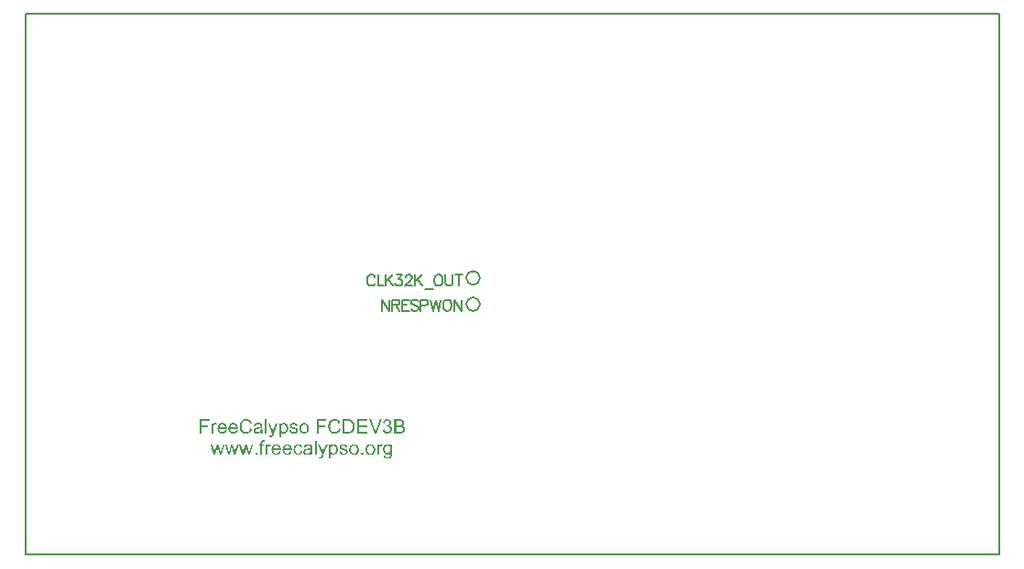
<source format=gto>
G04 Layer_Color=65535*
%FSLAX25Y25*%
%MOIN*%
G70*
G01*
G75*
%ADD10C,0.00800*%
%ADD16C,0.00787*%
%ADD36C,0.00600*%
G36*
X112723Y49303D02*
X112786Y49295D01*
X112864Y49287D01*
X112950Y49279D01*
X113043Y49264D01*
X113247Y49217D01*
X113465Y49147D01*
X113575Y49100D01*
X113684Y49045D01*
X113785Y48983D01*
X113887Y48912D01*
X113895Y48905D01*
X113910Y48897D01*
X113934Y48873D01*
X113973Y48842D01*
X114012Y48803D01*
X114067Y48748D01*
X114121Y48694D01*
X114176Y48631D01*
X114238Y48553D01*
X114293Y48475D01*
X114356Y48381D01*
X114418Y48280D01*
X114473Y48178D01*
X114527Y48061D01*
X114621Y47811D01*
X113949Y47655D01*
Y47663D01*
X113942Y47679D01*
X113934Y47710D01*
X113918Y47749D01*
X113895Y47796D01*
X113871Y47850D01*
X113817Y47967D01*
X113746Y48100D01*
X113653Y48241D01*
X113551Y48366D01*
X113426Y48475D01*
X113410Y48483D01*
X113364Y48514D01*
X113293Y48553D01*
X113192Y48608D01*
X113075Y48655D01*
X112926Y48694D01*
X112762Y48725D01*
X112575Y48733D01*
X112520D01*
X112481Y48725D01*
X112426D01*
X112372Y48717D01*
X112231Y48694D01*
X112075Y48662D01*
X111911Y48608D01*
X111747Y48538D01*
X111591Y48444D01*
X111583D01*
X111575Y48428D01*
X111528Y48389D01*
X111458Y48327D01*
X111372Y48241D01*
X111286Y48131D01*
X111193Y48006D01*
X111107Y47850D01*
X111036Y47679D01*
Y47671D01*
X111029Y47655D01*
X111021Y47632D01*
X111013Y47592D01*
X110997Y47554D01*
X110989Y47499D01*
X110958Y47374D01*
X110927Y47225D01*
X110904Y47061D01*
X110888Y46882D01*
X110880Y46694D01*
Y46687D01*
Y46663D01*
Y46632D01*
Y46585D01*
X110888Y46530D01*
Y46460D01*
X110896Y46390D01*
X110904Y46312D01*
X110927Y46132D01*
X110958Y45937D01*
X111005Y45742D01*
X111067Y45554D01*
Y45546D01*
X111075Y45531D01*
X111091Y45507D01*
X111107Y45476D01*
X111146Y45382D01*
X111208Y45281D01*
X111294Y45156D01*
X111396Y45039D01*
X111513Y44921D01*
X111653Y44820D01*
X111661D01*
X111669Y44812D01*
X111692Y44797D01*
X111724Y44781D01*
X111810Y44750D01*
X111919Y44703D01*
X112044Y44664D01*
X112192Y44625D01*
X112356Y44594D01*
X112528Y44586D01*
X112583D01*
X112622Y44594D01*
X112669D01*
X112731Y44601D01*
X112864Y44625D01*
X113012Y44664D01*
X113176Y44726D01*
X113332Y44804D01*
X113489Y44914D01*
X113496Y44921D01*
X113504Y44929D01*
X113551Y44976D01*
X113621Y45054D01*
X113707Y45156D01*
X113793Y45296D01*
X113887Y45460D01*
X113965Y45663D01*
X114028Y45890D01*
X114707Y45718D01*
Y45710D01*
X114699Y45679D01*
X114683Y45640D01*
X114668Y45578D01*
X114637Y45515D01*
X114605Y45429D01*
X114574Y45343D01*
X114527Y45250D01*
X114426Y45039D01*
X114285Y44828D01*
X114129Y44625D01*
X114035Y44531D01*
X113934Y44445D01*
X113926Y44437D01*
X113910Y44429D01*
X113879Y44406D01*
X113832Y44375D01*
X113778Y44344D01*
X113715Y44304D01*
X113645Y44265D01*
X113559Y44226D01*
X113465Y44187D01*
X113364Y44148D01*
X113247Y44109D01*
X113129Y44078D01*
X112872Y44023D01*
X112731Y44016D01*
X112583Y44008D01*
X112505D01*
X112442Y44016D01*
X112372D01*
X112294Y44023D01*
X112200Y44039D01*
X112106Y44047D01*
X111888Y44094D01*
X111661Y44148D01*
X111442Y44234D01*
X111333Y44281D01*
X111232Y44344D01*
X111224Y44351D01*
X111208Y44359D01*
X111185Y44383D01*
X111146Y44406D01*
X111052Y44484D01*
X110943Y44594D01*
X110810Y44726D01*
X110685Y44898D01*
X110552Y45093D01*
X110443Y45320D01*
Y45328D01*
X110435Y45351D01*
X110419Y45382D01*
X110404Y45429D01*
X110380Y45492D01*
X110357Y45562D01*
X110333Y45640D01*
X110310Y45734D01*
X110286Y45827D01*
X110263Y45937D01*
X110216Y46171D01*
X110185Y46421D01*
X110177Y46694D01*
Y46702D01*
Y46733D01*
Y46773D01*
X110185Y46827D01*
Y46898D01*
X110193Y46983D01*
X110201Y47069D01*
X110216Y47171D01*
X110255Y47390D01*
X110302Y47624D01*
X110380Y47866D01*
X110482Y48092D01*
Y48100D01*
X110497Y48116D01*
X110513Y48147D01*
X110536Y48194D01*
X110568Y48241D01*
X110607Y48295D01*
X110708Y48428D01*
X110825Y48577D01*
X110974Y48725D01*
X111153Y48873D01*
X111349Y48998D01*
X111356D01*
X111372Y49014D01*
X111403Y49030D01*
X111450Y49045D01*
X111497Y49069D01*
X111559Y49100D01*
X111638Y49123D01*
X111716Y49155D01*
X111802Y49186D01*
X111895Y49209D01*
X112106Y49264D01*
X112341Y49295D01*
X112591Y49311D01*
X112669D01*
X112723Y49303D01*
D02*
G37*
G36*
X80476D02*
X80538Y49295D01*
X80616Y49287D01*
X80702Y49279D01*
X80796Y49264D01*
X80999Y49217D01*
X81218Y49147D01*
X81327Y49100D01*
X81436Y49045D01*
X81538Y48983D01*
X81639Y48912D01*
X81647Y48905D01*
X81663Y48897D01*
X81686Y48873D01*
X81725Y48842D01*
X81764Y48803D01*
X81819Y48748D01*
X81874Y48694D01*
X81928Y48631D01*
X81991Y48553D01*
X82046Y48475D01*
X82108Y48381D01*
X82170Y48280D01*
X82225Y48178D01*
X82280Y48061D01*
X82374Y47811D01*
X81702Y47655D01*
Y47663D01*
X81694Y47679D01*
X81686Y47710D01*
X81671Y47749D01*
X81647Y47796D01*
X81624Y47850D01*
X81569Y47967D01*
X81499Y48100D01*
X81405Y48241D01*
X81304Y48366D01*
X81179Y48475D01*
X81163Y48483D01*
X81116Y48514D01*
X81046Y48553D01*
X80944Y48608D01*
X80827Y48655D01*
X80679Y48694D01*
X80515Y48725D01*
X80327Y48733D01*
X80273D01*
X80234Y48725D01*
X80179D01*
X80124Y48717D01*
X79984Y48694D01*
X79827Y48662D01*
X79663Y48608D01*
X79500Y48538D01*
X79343Y48444D01*
X79335D01*
X79328Y48428D01*
X79281Y48389D01*
X79211Y48327D01*
X79125Y48241D01*
X79039Y48131D01*
X78945Y48006D01*
X78859Y47850D01*
X78789Y47679D01*
Y47671D01*
X78781Y47655D01*
X78773Y47632D01*
X78765Y47592D01*
X78750Y47554D01*
X78742Y47499D01*
X78711Y47374D01*
X78679Y47225D01*
X78656Y47061D01*
X78640Y46882D01*
X78633Y46694D01*
Y46687D01*
Y46663D01*
Y46632D01*
Y46585D01*
X78640Y46530D01*
Y46460D01*
X78648Y46390D01*
X78656Y46312D01*
X78679Y46132D01*
X78711Y45937D01*
X78758Y45742D01*
X78820Y45554D01*
Y45546D01*
X78828Y45531D01*
X78843Y45507D01*
X78859Y45476D01*
X78898Y45382D01*
X78961Y45281D01*
X79046Y45156D01*
X79148Y45039D01*
X79265Y44921D01*
X79406Y44820D01*
X79414D01*
X79421Y44812D01*
X79445Y44797D01*
X79476Y44781D01*
X79562Y44750D01*
X79671Y44703D01*
X79796Y44664D01*
X79945Y44625D01*
X80109Y44594D01*
X80281Y44586D01*
X80335D01*
X80374Y44594D01*
X80421D01*
X80484Y44601D01*
X80616Y44625D01*
X80765Y44664D01*
X80929Y44726D01*
X81085Y44804D01*
X81241Y44914D01*
X81249Y44921D01*
X81257Y44929D01*
X81304Y44976D01*
X81374Y45054D01*
X81460Y45156D01*
X81546Y45296D01*
X81639Y45460D01*
X81717Y45663D01*
X81780Y45890D01*
X82459Y45718D01*
Y45710D01*
X82452Y45679D01*
X82436Y45640D01*
X82420Y45578D01*
X82389Y45515D01*
X82358Y45429D01*
X82327Y45343D01*
X82280Y45250D01*
X82178Y45039D01*
X82038Y44828D01*
X81882Y44625D01*
X81788Y44531D01*
X81686Y44445D01*
X81678Y44437D01*
X81663Y44429D01*
X81632Y44406D01*
X81585Y44375D01*
X81530Y44344D01*
X81468Y44304D01*
X81397Y44265D01*
X81311Y44226D01*
X81218Y44187D01*
X81116Y44148D01*
X80999Y44109D01*
X80882Y44078D01*
X80624Y44023D01*
X80484Y44016D01*
X80335Y44008D01*
X80257D01*
X80195Y44016D01*
X80124D01*
X80046Y44023D01*
X79953Y44039D01*
X79859Y44047D01*
X79640Y44094D01*
X79414Y44148D01*
X79195Y44234D01*
X79086Y44281D01*
X78984Y44344D01*
X78976Y44351D01*
X78961Y44359D01*
X78937Y44383D01*
X78898Y44406D01*
X78804Y44484D01*
X78695Y44594D01*
X78562Y44726D01*
X78437Y44898D01*
X78305Y45093D01*
X78195Y45320D01*
Y45328D01*
X78187Y45351D01*
X78172Y45382D01*
X78156Y45429D01*
X78133Y45492D01*
X78109Y45562D01*
X78086Y45640D01*
X78062Y45734D01*
X78039Y45827D01*
X78016Y45937D01*
X77969Y46171D01*
X77938Y46421D01*
X77930Y46694D01*
Y46702D01*
Y46733D01*
Y46773D01*
X77938Y46827D01*
Y46898D01*
X77945Y46983D01*
X77953Y47069D01*
X77969Y47171D01*
X78008Y47390D01*
X78055Y47624D01*
X78133Y47866D01*
X78234Y48092D01*
Y48100D01*
X78250Y48116D01*
X78266Y48147D01*
X78289Y48194D01*
X78320Y48241D01*
X78359Y48295D01*
X78461Y48428D01*
X78578Y48577D01*
X78726Y48725D01*
X78906Y48873D01*
X79101Y48998D01*
X79109D01*
X79125Y49014D01*
X79156Y49030D01*
X79203Y49045D01*
X79250Y49069D01*
X79312Y49100D01*
X79390Y49123D01*
X79468Y49155D01*
X79554Y49186D01*
X79648Y49209D01*
X79859Y49264D01*
X80093Y49295D01*
X80343Y49311D01*
X80421D01*
X80476Y49303D01*
D02*
G37*
G36*
X94190Y47881D02*
X94300Y47866D01*
X94432Y47835D01*
X94573Y47796D01*
X94713Y47733D01*
X94854Y47647D01*
X94862D01*
X94870Y47639D01*
X94916Y47600D01*
X94979Y47546D01*
X95065Y47468D01*
X95151Y47374D01*
X95244Y47249D01*
X95330Y47116D01*
X95408Y46952D01*
Y46944D01*
X95416Y46929D01*
X95424Y46905D01*
X95440Y46874D01*
X95455Y46835D01*
X95471Y46780D01*
X95502Y46663D01*
X95533Y46515D01*
X95565Y46351D01*
X95588Y46171D01*
X95596Y45976D01*
Y45968D01*
Y45952D01*
Y45921D01*
Y45882D01*
X95588Y45827D01*
Y45773D01*
X95573Y45632D01*
X95541Y45476D01*
X95510Y45304D01*
X95455Y45125D01*
X95385Y44945D01*
Y44937D01*
X95377Y44921D01*
X95362Y44898D01*
X95346Y44867D01*
X95299Y44789D01*
X95237Y44687D01*
X95151Y44578D01*
X95049Y44461D01*
X94932Y44351D01*
X94792Y44250D01*
X94784D01*
X94776Y44242D01*
X94752Y44226D01*
X94721Y44211D01*
X94643Y44172D01*
X94542Y44133D01*
X94417Y44086D01*
X94284Y44047D01*
X94128Y44016D01*
X93971Y44008D01*
X93917D01*
X93862Y44016D01*
X93784Y44023D01*
X93698Y44039D01*
X93604Y44062D01*
X93503Y44094D01*
X93409Y44133D01*
X93401Y44140D01*
X93370Y44156D01*
X93323Y44187D01*
X93269Y44226D01*
X93198Y44273D01*
X93136Y44328D01*
X93066Y44398D01*
X93003Y44469D01*
Y42672D01*
X92370D01*
Y47811D01*
X92948D01*
Y47327D01*
X92956Y47343D01*
X92980Y47374D01*
X93026Y47421D01*
X93081Y47483D01*
X93144Y47554D01*
X93222Y47624D01*
X93308Y47694D01*
X93401Y47749D01*
X93417Y47757D01*
X93448Y47772D01*
X93503Y47796D01*
X93573Y47827D01*
X93667Y47850D01*
X93768Y47874D01*
X93885Y47889D01*
X94018Y47897D01*
X94096D01*
X94190Y47881D01*
D02*
G37*
G36*
X69175Y47889D02*
X69261Y47874D01*
X69354Y47842D01*
X69464Y47811D01*
X69581Y47757D01*
X69706Y47686D01*
X69479Y47108D01*
X69472Y47116D01*
X69440Y47132D01*
X69393Y47155D01*
X69339Y47179D01*
X69268Y47202D01*
X69190Y47225D01*
X69104Y47241D01*
X69019Y47249D01*
X68987D01*
X68948Y47241D01*
X68893Y47233D01*
X68839Y47218D01*
X68776Y47194D01*
X68714Y47163D01*
X68651Y47124D01*
X68644Y47116D01*
X68628Y47100D01*
X68597Y47069D01*
X68565Y47030D01*
X68526Y46983D01*
X68487Y46921D01*
X68456Y46851D01*
X68425Y46773D01*
X68417Y46757D01*
X68409Y46718D01*
X68394Y46648D01*
X68378Y46554D01*
X68355Y46444D01*
X68339Y46319D01*
X68331Y46187D01*
X68323Y46038D01*
Y44094D01*
X67691D01*
Y47811D01*
X68261D01*
Y47257D01*
X68269Y47265D01*
X68300Y47311D01*
X68339Y47382D01*
X68386Y47460D01*
X68448Y47546D01*
X68519Y47632D01*
X68581Y47710D01*
X68651Y47764D01*
X68659Y47772D01*
X68683Y47788D01*
X68722Y47803D01*
X68776Y47835D01*
X68831Y47858D01*
X68901Y47874D01*
X68979Y47889D01*
X69058Y47897D01*
X69112D01*
X69175Y47889D01*
D02*
G37*
G36*
X131772Y49240D02*
X131873Y49225D01*
X131991Y49201D01*
X132123Y49170D01*
X132256Y49123D01*
X132389Y49061D01*
X132397D01*
X132404Y49053D01*
X132451Y49030D01*
X132514Y48990D01*
X132592Y48936D01*
X132678Y48866D01*
X132772Y48780D01*
X132857Y48678D01*
X132936Y48569D01*
X132943Y48553D01*
X132967Y48514D01*
X132998Y48452D01*
X133029Y48374D01*
X133061Y48272D01*
X133092Y48163D01*
X133115Y48046D01*
X133123Y47913D01*
Y47897D01*
Y47858D01*
X133115Y47796D01*
X133099Y47717D01*
X133076Y47624D01*
X133045Y47522D01*
X133006Y47413D01*
X132943Y47311D01*
X132936Y47296D01*
X132912Y47265D01*
X132865Y47218D01*
X132811Y47155D01*
X132732Y47085D01*
X132647Y47015D01*
X132537Y46937D01*
X132412Y46874D01*
X132420D01*
X132436Y46866D01*
X132459D01*
X132490Y46851D01*
X132569Y46827D01*
X132670Y46780D01*
X132779Y46726D01*
X132896Y46648D01*
X133014Y46554D01*
X133115Y46437D01*
X133123Y46421D01*
X133154Y46374D01*
X133193Y46304D01*
X133248Y46210D01*
X133295Y46093D01*
X133334Y45952D01*
X133365Y45788D01*
X133373Y45609D01*
Y45601D01*
Y45578D01*
Y45546D01*
X133365Y45500D01*
X133357Y45437D01*
X133350Y45375D01*
X133334Y45296D01*
X133310Y45218D01*
X133256Y45039D01*
X133217Y44937D01*
X133162Y44843D01*
X133107Y44750D01*
X133045Y44656D01*
X132967Y44562D01*
X132881Y44469D01*
X132873Y44461D01*
X132857Y44445D01*
X132834Y44429D01*
X132795Y44398D01*
X132748Y44359D01*
X132686Y44320D01*
X132615Y44281D01*
X132545Y44242D01*
X132459Y44195D01*
X132365Y44156D01*
X132264Y44117D01*
X132155Y44078D01*
X132037Y44047D01*
X131912Y44031D01*
X131780Y44016D01*
X131647Y44008D01*
X131584D01*
X131537Y44016D01*
X131475Y44023D01*
X131413Y44031D01*
X131334Y44039D01*
X131256Y44055D01*
X131077Y44102D01*
X130889Y44180D01*
X130796Y44219D01*
X130710Y44273D01*
X130616Y44336D01*
X130530Y44406D01*
X130522Y44414D01*
X130514Y44422D01*
X130491Y44445D01*
X130460Y44476D01*
X130429Y44523D01*
X130389Y44570D01*
X130343Y44625D01*
X130304Y44687D01*
X130210Y44843D01*
X130132Y45023D01*
X130061Y45226D01*
X130038Y45336D01*
X130022Y45453D01*
X130655Y45538D01*
Y45531D01*
X130663Y45515D01*
Y45484D01*
X130678Y45453D01*
X130702Y45359D01*
X130741Y45242D01*
X130788Y45117D01*
X130850Y44984D01*
X130928Y44867D01*
X131014Y44765D01*
X131030Y44758D01*
X131061Y44726D01*
X131116Y44695D01*
X131194Y44648D01*
X131280Y44609D01*
X131389Y44570D01*
X131514Y44539D01*
X131647Y44531D01*
X131694D01*
X131725Y44539D01*
X131803Y44547D01*
X131905Y44570D01*
X132030Y44609D01*
X132155Y44656D01*
X132280Y44734D01*
X132397Y44836D01*
X132412Y44851D01*
X132443Y44890D01*
X132490Y44953D01*
X132553Y45046D01*
X132607Y45156D01*
X132654Y45289D01*
X132686Y45437D01*
X132701Y45601D01*
Y45609D01*
Y45617D01*
Y45640D01*
X132693Y45671D01*
X132686Y45749D01*
X132662Y45851D01*
X132631Y45960D01*
X132576Y46085D01*
X132506Y46202D01*
X132412Y46312D01*
X132397Y46327D01*
X132365Y46359D01*
X132303Y46398D01*
X132217Y46452D01*
X132115Y46507D01*
X131991Y46546D01*
X131858Y46577D01*
X131702Y46593D01*
X131631D01*
X131577Y46585D01*
X131514Y46577D01*
X131436Y46569D01*
X131350Y46554D01*
X131256Y46530D01*
X131327Y47085D01*
X131366D01*
X131397Y47077D01*
X131499D01*
X131569Y47085D01*
X131670Y47100D01*
X131780Y47124D01*
X131897Y47163D01*
X132022Y47210D01*
X132147Y47280D01*
X132162Y47288D01*
X132201Y47319D01*
X132248Y47374D01*
X132311Y47444D01*
X132373Y47530D01*
X132420Y47639D01*
X132459Y47772D01*
X132475Y47928D01*
Y47936D01*
Y47944D01*
Y47983D01*
X132459Y48046D01*
X132443Y48131D01*
X132420Y48217D01*
X132373Y48311D01*
X132318Y48413D01*
X132240Y48498D01*
X132233Y48506D01*
X132201Y48538D01*
X132147Y48577D01*
X132076Y48616D01*
X131991Y48662D01*
X131889Y48694D01*
X131772Y48725D01*
X131639Y48733D01*
X131577D01*
X131506Y48717D01*
X131428Y48702D01*
X131327Y48678D01*
X131225Y48631D01*
X131124Y48577D01*
X131022Y48498D01*
X131014Y48491D01*
X130983Y48460D01*
X130944Y48405D01*
X130897Y48327D01*
X130842Y48233D01*
X130796Y48116D01*
X130749Y47975D01*
X130718Y47811D01*
X130085Y47921D01*
Y47928D01*
X130093Y47952D01*
X130101Y47983D01*
X130108Y48022D01*
X130124Y48077D01*
X130140Y48139D01*
X130194Y48280D01*
X130257Y48436D01*
X130350Y48600D01*
X130460Y48756D01*
X130600Y48897D01*
X130608Y48905D01*
X130616Y48912D01*
X130639Y48928D01*
X130678Y48952D01*
X130718Y48975D01*
X130764Y49006D01*
X130882Y49076D01*
X131030Y49139D01*
X131210Y49194D01*
X131405Y49233D01*
X131514Y49248D01*
X131694D01*
X131772Y49240D01*
D02*
G37*
G36*
X97728Y47889D02*
X97830Y47881D01*
X97954Y47866D01*
X98080Y47842D01*
X98212Y47811D01*
X98337Y47764D01*
X98345D01*
X98353Y47757D01*
X98392Y47741D01*
X98454Y47710D01*
X98525Y47679D01*
X98603Y47624D01*
X98689Y47569D01*
X98767Y47499D01*
X98829Y47421D01*
X98837Y47413D01*
X98853Y47382D01*
X98884Y47335D01*
X98923Y47272D01*
X98954Y47194D01*
X98993Y47093D01*
X99024Y46983D01*
X99056Y46858D01*
X98439Y46773D01*
Y46788D01*
X98431Y46819D01*
X98415Y46874D01*
X98392Y46937D01*
X98361Y47007D01*
X98314Y47077D01*
X98259Y47155D01*
X98189Y47218D01*
X98181Y47225D01*
X98150Y47241D01*
X98103Y47272D01*
X98040Y47304D01*
X97962Y47327D01*
X97861Y47358D01*
X97751Y47374D01*
X97619Y47382D01*
X97548D01*
X97470Y47374D01*
X97377Y47366D01*
X97275Y47343D01*
X97174Y47319D01*
X97072Y47280D01*
X96994Y47233D01*
X96986Y47225D01*
X96963Y47210D01*
X96939Y47179D01*
X96908Y47140D01*
X96869Y47093D01*
X96846Y47030D01*
X96822Y46968D01*
X96814Y46898D01*
Y46890D01*
Y46874D01*
X96822Y46851D01*
Y46819D01*
X96846Y46749D01*
X96885Y46671D01*
X96892Y46663D01*
X96900Y46655D01*
X96947Y46616D01*
X96978Y46585D01*
X97017Y46562D01*
X97072Y46530D01*
X97127Y46507D01*
X97135D01*
X97150Y46499D01*
X97181Y46491D01*
X97236Y46476D01*
X97306Y46452D01*
X97408Y46421D01*
X97533Y46390D01*
X97603Y46366D01*
X97689Y46343D01*
X97697D01*
X97720Y46335D01*
X97751Y46327D01*
X97798Y46312D01*
X97853Y46296D01*
X97916Y46281D01*
X98056Y46241D01*
X98212Y46195D01*
X98369Y46140D01*
X98509Y46093D01*
X98571Y46070D01*
X98626Y46046D01*
X98642Y46038D01*
X98673Y46023D01*
X98720Y45999D01*
X98775Y45968D01*
X98845Y45921D01*
X98915Y45859D01*
X98978Y45796D01*
X99040Y45718D01*
X99048Y45710D01*
X99063Y45679D01*
X99087Y45632D01*
X99118Y45570D01*
X99150Y45492D01*
X99173Y45398D01*
X99189Y45296D01*
X99196Y45179D01*
Y45164D01*
Y45125D01*
X99189Y45062D01*
X99173Y44992D01*
X99150Y44898D01*
X99118Y44797D01*
X99071Y44695D01*
X99009Y44586D01*
X99001Y44570D01*
X98978Y44539D01*
X98931Y44492D01*
X98868Y44429D01*
X98798Y44359D01*
X98704Y44289D01*
X98595Y44219D01*
X98470Y44156D01*
X98454Y44148D01*
X98408Y44133D01*
X98337Y44109D01*
X98243Y44086D01*
X98126Y44055D01*
X97994Y44031D01*
X97845Y44016D01*
X97689Y44008D01*
X97619D01*
X97572Y44016D01*
X97509D01*
X97439Y44023D01*
X97275Y44047D01*
X97095Y44078D01*
X96916Y44133D01*
X96736Y44203D01*
X96658Y44250D01*
X96580Y44304D01*
X96572D01*
X96564Y44320D01*
X96517Y44359D01*
X96455Y44429D01*
X96377Y44531D01*
X96299Y44656D01*
X96221Y44812D01*
X96150Y44992D01*
X96104Y45203D01*
X96728Y45304D01*
Y45296D01*
Y45289D01*
X96736Y45242D01*
X96760Y45171D01*
X96783Y45085D01*
X96822Y44992D01*
X96869Y44898D01*
X96939Y44804D01*
X97017Y44719D01*
X97025Y44711D01*
X97064Y44687D01*
X97119Y44656D01*
X97189Y44625D01*
X97291Y44586D01*
X97400Y44554D01*
X97541Y44531D01*
X97689Y44523D01*
X97759D01*
X97837Y44531D01*
X97931Y44547D01*
X98040Y44562D01*
X98150Y44594D01*
X98251Y44640D01*
X98337Y44695D01*
X98345Y44703D01*
X98369Y44726D01*
X98408Y44765D01*
X98447Y44812D01*
X98478Y44875D01*
X98517Y44953D01*
X98540Y45031D01*
X98548Y45117D01*
Y45125D01*
Y45156D01*
X98540Y45187D01*
X98525Y45242D01*
X98501Y45289D01*
X98470Y45351D01*
X98423Y45406D01*
X98361Y45453D01*
X98353Y45460D01*
X98329Y45468D01*
X98290Y45484D01*
X98228Y45515D01*
X98142Y45538D01*
X98033Y45578D01*
X97962Y45601D01*
X97892Y45617D01*
X97806Y45640D01*
X97712Y45663D01*
X97705D01*
X97681Y45671D01*
X97650Y45679D01*
X97603Y45695D01*
X97541Y45710D01*
X97478Y45726D01*
X97330Y45773D01*
X97174Y45820D01*
X97009Y45867D01*
X96861Y45921D01*
X96799Y45945D01*
X96744Y45968D01*
X96736Y45976D01*
X96697Y45992D01*
X96650Y46023D01*
X96596Y46062D01*
X96525Y46109D01*
X96463Y46171D01*
X96393Y46241D01*
X96338Y46319D01*
X96330Y46327D01*
X96314Y46359D01*
X96299Y46405D01*
X96275Y46468D01*
X96244Y46538D01*
X96228Y46624D01*
X96213Y46718D01*
X96205Y46819D01*
Y46827D01*
Y46858D01*
X96213Y46913D01*
X96221Y46968D01*
X96228Y47038D01*
X96252Y47116D01*
X96275Y47202D01*
X96314Y47280D01*
X96322Y47288D01*
X96338Y47319D01*
X96361Y47358D01*
X96400Y47405D01*
X96439Y47460D01*
X96494Y47514D01*
X96557Y47577D01*
X96627Y47632D01*
X96635Y47639D01*
X96658Y47647D01*
X96689Y47671D01*
X96736Y47694D01*
X96791Y47725D01*
X96861Y47757D01*
X96939Y47788D01*
X97025Y47819D01*
X97041D01*
X97072Y47835D01*
X97119Y47842D01*
X97189Y47858D01*
X97275Y47874D01*
X97361Y47881D01*
X97462Y47897D01*
X97642D01*
X97728Y47889D01*
D02*
G37*
G36*
X90426Y44031D02*
Y44023D01*
X90418Y44008D01*
X90402Y43977D01*
X90387Y43930D01*
X90371Y43883D01*
X90348Y43828D01*
X90301Y43695D01*
X90238Y43555D01*
X90184Y43422D01*
X90129Y43289D01*
X90098Y43235D01*
X90074Y43188D01*
X90066Y43172D01*
X90043Y43141D01*
X90012Y43086D01*
X89965Y43016D01*
X89902Y42946D01*
X89840Y42867D01*
X89762Y42797D01*
X89684Y42735D01*
X89676Y42727D01*
X89645Y42711D01*
X89598Y42688D01*
X89535Y42664D01*
X89465Y42633D01*
X89371Y42610D01*
X89278Y42594D01*
X89168Y42586D01*
X89137D01*
X89098Y42594D01*
X89051D01*
X88989Y42602D01*
X88918Y42618D01*
X88762Y42664D01*
X88692Y43250D01*
X88700D01*
X88723Y43242D01*
X88762Y43235D01*
X88817Y43219D01*
X88926Y43196D01*
X89051Y43188D01*
X89090D01*
X89121Y43196D01*
X89176D01*
X89285Y43219D01*
X89340Y43235D01*
X89387Y43258D01*
X89395D01*
X89410Y43274D01*
X89434Y43289D01*
X89457Y43313D01*
X89527Y43375D01*
X89598Y43461D01*
Y43469D01*
X89606Y43485D01*
X89621Y43508D01*
X89645Y43555D01*
X89668Y43617D01*
X89699Y43695D01*
X89738Y43805D01*
X89785Y43930D01*
X89793Y43938D01*
X89801Y43969D01*
X89824Y44016D01*
X89848Y44086D01*
X88434Y47811D01*
X89106D01*
X89879Y45671D01*
Y45663D01*
X89887Y45656D01*
X89895Y45632D01*
X89902Y45601D01*
X89934Y45515D01*
X89973Y45406D01*
X90012Y45281D01*
X90059Y45132D01*
X90105Y44976D01*
X90152Y44812D01*
Y44820D01*
X90160Y44828D01*
Y44851D01*
X90176Y44883D01*
X90191Y44968D01*
X90223Y45070D01*
X90262Y45195D01*
X90308Y45336D01*
X90355Y45484D01*
X90410Y45640D01*
X91207Y47811D01*
X91831D01*
X90426Y44031D01*
D02*
G37*
G36*
X127648Y44094D02*
X126953D01*
X124961Y49225D01*
X125704D01*
X127031Y45500D01*
Y45492D01*
X127039Y45476D01*
X127047Y45453D01*
X127062Y45421D01*
X127086Y45336D01*
X127125Y45226D01*
X127172Y45093D01*
X127219Y44953D01*
X127304Y44656D01*
Y44664D01*
X127312Y44672D01*
X127320Y44695D01*
X127328Y44726D01*
X127351Y44812D01*
X127383Y44921D01*
X127422Y45046D01*
X127469Y45187D01*
X127523Y45343D01*
X127578Y45500D01*
X128968Y49225D01*
X129655D01*
X127648Y44094D01*
D02*
G37*
G36*
X136294Y49217D02*
X136348D01*
X136481Y49209D01*
X136630Y49186D01*
X136786Y49162D01*
X136942Y49123D01*
X137083Y49069D01*
X137090D01*
X137098Y49061D01*
X137145Y49037D01*
X137208Y48998D01*
X137286Y48952D01*
X137379Y48881D01*
X137473Y48795D01*
X137559Y48702D01*
X137645Y48584D01*
X137653Y48569D01*
X137676Y48530D01*
X137707Y48460D01*
X137747Y48374D01*
X137785Y48272D01*
X137817Y48163D01*
X137840Y48038D01*
X137848Y47905D01*
Y47889D01*
Y47850D01*
X137840Y47788D01*
X137825Y47702D01*
X137801Y47608D01*
X137770Y47507D01*
X137731Y47390D01*
X137668Y47280D01*
X137661Y47265D01*
X137637Y47233D01*
X137590Y47179D01*
X137536Y47116D01*
X137458Y47038D01*
X137364Y46968D01*
X137254Y46890D01*
X137122Y46819D01*
X137129D01*
X137145Y46812D01*
X137169Y46804D01*
X137200Y46796D01*
X137286Y46757D01*
X137387Y46710D01*
X137504Y46640D01*
X137621Y46562D01*
X137739Y46468D01*
X137840Y46351D01*
X137848Y46335D01*
X137879Y46296D01*
X137918Y46226D01*
X137973Y46132D01*
X138020Y46015D01*
X138059Y45890D01*
X138090Y45742D01*
X138098Y45578D01*
Y45562D01*
Y45515D01*
X138090Y45445D01*
X138082Y45359D01*
X138059Y45257D01*
X138035Y45140D01*
X137996Y45023D01*
X137942Y44906D01*
X137934Y44890D01*
X137918Y44851D01*
X137879Y44797D01*
X137840Y44726D01*
X137785Y44648D01*
X137723Y44570D01*
X137645Y44492D01*
X137567Y44422D01*
X137559Y44414D01*
X137528Y44398D01*
X137481Y44367D01*
X137411Y44328D01*
X137332Y44289D01*
X137231Y44250D01*
X137122Y44211D01*
X137004Y44172D01*
X136989D01*
X136942Y44156D01*
X136872Y44148D01*
X136778Y44133D01*
X136653Y44117D01*
X136512Y44109D01*
X136356Y44094D01*
X134224D01*
Y49225D01*
X136239D01*
X136294Y49217D01*
D02*
G37*
G36*
X124438Y48623D02*
X121408D01*
Y47046D01*
X124243D01*
Y46444D01*
X121408D01*
Y44695D01*
X124555D01*
Y44094D01*
X120729D01*
Y49225D01*
X124438D01*
Y48623D01*
D02*
G37*
G36*
X117643Y49217D02*
X117784Y49209D01*
X117940Y49194D01*
X118089Y49170D01*
X118214Y49147D01*
X118221D01*
X118237Y49139D01*
X118253D01*
X118284Y49123D01*
X118370Y49100D01*
X118471Y49061D01*
X118589Y49014D01*
X118713Y48952D01*
X118839Y48873D01*
X118963Y48780D01*
X118971D01*
X118979Y48764D01*
X119034Y48717D01*
X119104Y48639D01*
X119190Y48538D01*
X119291Y48413D01*
X119393Y48264D01*
X119487Y48092D01*
X119573Y47897D01*
Y47889D01*
X119580Y47874D01*
X119588Y47842D01*
X119604Y47803D01*
X119620Y47757D01*
X119635Y47694D01*
X119659Y47624D01*
X119674Y47546D01*
X119690Y47460D01*
X119713Y47366D01*
X119744Y47163D01*
X119768Y46937D01*
X119776Y46687D01*
Y46679D01*
Y46663D01*
Y46632D01*
Y46585D01*
X119768Y46538D01*
Y46476D01*
X119760Y46335D01*
X119744Y46179D01*
X119713Y45999D01*
X119682Y45820D01*
X119635Y45648D01*
Y45640D01*
X119627Y45624D01*
X119620Y45601D01*
X119612Y45570D01*
X119580Y45492D01*
X119541Y45382D01*
X119494Y45265D01*
X119432Y45140D01*
X119362Y45015D01*
X119284Y44898D01*
X119276Y44883D01*
X119245Y44851D01*
X119205Y44797D01*
X119143Y44726D01*
X119081Y44656D01*
X118995Y44578D01*
X118909Y44500D01*
X118815Y44429D01*
X118807Y44422D01*
X118768Y44406D01*
X118713Y44375D01*
X118643Y44336D01*
X118557Y44297D01*
X118456Y44258D01*
X118339Y44219D01*
X118206Y44180D01*
X118190D01*
X118143Y44164D01*
X118073Y44156D01*
X117972Y44140D01*
X117854Y44125D01*
X117714Y44109D01*
X117558Y44102D01*
X117386Y44094D01*
X115543D01*
Y49225D01*
X117511D01*
X117643Y49217D01*
D02*
G37*
G36*
X109490Y48623D02*
X106710D01*
Y47022D01*
X109115D01*
Y46421D01*
X106710D01*
Y44094D01*
X106030D01*
Y49225D01*
X109490D01*
Y48623D01*
D02*
G37*
G36*
X87817Y44094D02*
X87185D01*
Y49225D01*
X87817D01*
Y44094D01*
D02*
G37*
G36*
X84943Y47889D02*
X85052Y47881D01*
X85177Y47866D01*
X85310Y47850D01*
X85435Y47819D01*
X85552Y47780D01*
X85568Y47772D01*
X85599Y47764D01*
X85654Y47733D01*
X85716Y47702D01*
X85786Y47663D01*
X85865Y47616D01*
X85927Y47561D01*
X85990Y47499D01*
X85997Y47491D01*
X86013Y47468D01*
X86036Y47436D01*
X86068Y47382D01*
X86099Y47319D01*
X86130Y47249D01*
X86161Y47163D01*
X86185Y47069D01*
Y47061D01*
X86193Y47038D01*
X86200Y46999D01*
X86208Y46937D01*
Y46858D01*
X86216Y46757D01*
X86224Y46640D01*
Y46491D01*
Y45648D01*
Y45640D01*
Y45609D01*
Y45562D01*
Y45507D01*
Y45437D01*
Y45359D01*
X86232Y45179D01*
Y44984D01*
X86239Y44804D01*
X86247Y44719D01*
Y44648D01*
X86255Y44586D01*
X86263Y44531D01*
Y44523D01*
X86271Y44492D01*
X86279Y44445D01*
X86294Y44390D01*
X86318Y44328D01*
X86349Y44250D01*
X86419Y44094D01*
X85763D01*
X85755Y44102D01*
X85747Y44125D01*
X85732Y44172D01*
X85708Y44226D01*
X85685Y44297D01*
X85669Y44375D01*
X85654Y44461D01*
X85638Y44562D01*
X85623Y44547D01*
X85576Y44515D01*
X85513Y44461D01*
X85419Y44398D01*
X85318Y44320D01*
X85201Y44250D01*
X85084Y44187D01*
X84959Y44133D01*
X84943Y44125D01*
X84904Y44117D01*
X84842Y44094D01*
X84756Y44070D01*
X84646Y44047D01*
X84529Y44031D01*
X84404Y44016D01*
X84264Y44008D01*
X84209D01*
X84162Y44016D01*
X84115D01*
X84053Y44023D01*
X83920Y44047D01*
X83764Y44078D01*
X83615Y44133D01*
X83459Y44203D01*
X83326Y44304D01*
X83311Y44320D01*
X83272Y44359D01*
X83225Y44422D01*
X83162Y44515D01*
X83100Y44625D01*
X83053Y44750D01*
X83014Y44906D01*
X82998Y45070D01*
Y45085D01*
Y45117D01*
X83006Y45171D01*
X83014Y45234D01*
X83030Y45312D01*
X83045Y45398D01*
X83077Y45484D01*
X83116Y45570D01*
X83123Y45578D01*
X83139Y45609D01*
X83162Y45648D01*
X83201Y45702D01*
X83248Y45757D01*
X83311Y45820D01*
X83373Y45874D01*
X83444Y45929D01*
X83451Y45937D01*
X83483Y45952D01*
X83522Y45976D01*
X83576Y46007D01*
X83647Y46046D01*
X83717Y46077D01*
X83803Y46109D01*
X83896Y46140D01*
X83904D01*
X83936Y46148D01*
X83975Y46156D01*
X84037Y46171D01*
X84115Y46187D01*
X84217Y46202D01*
X84326Y46218D01*
X84459Y46234D01*
X84467D01*
X84490Y46241D01*
X84529D01*
X84584Y46249D01*
X84646Y46257D01*
X84717Y46265D01*
X84888Y46296D01*
X85068Y46327D01*
X85255Y46359D01*
X85435Y46405D01*
X85513Y46429D01*
X85584Y46452D01*
Y46460D01*
Y46476D01*
X85591Y46523D01*
Y46577D01*
Y46601D01*
Y46616D01*
Y46624D01*
Y46632D01*
Y46679D01*
X85584Y46749D01*
X85568Y46827D01*
X85544Y46913D01*
X85513Y47007D01*
X85474Y47085D01*
X85412Y47155D01*
X85404Y47163D01*
X85365Y47186D01*
X85310Y47225D01*
X85232Y47265D01*
X85131Y47304D01*
X85006Y47343D01*
X84857Y47366D01*
X84693Y47374D01*
X84623D01*
X84545Y47366D01*
X84443Y47358D01*
X84334Y47335D01*
X84232Y47311D01*
X84123Y47272D01*
X84037Y47218D01*
X84029Y47210D01*
X84006Y47186D01*
X83967Y47147D01*
X83920Y47093D01*
X83865Y47015D01*
X83818Y46921D01*
X83764Y46804D01*
X83725Y46671D01*
X83108Y46757D01*
Y46765D01*
X83116Y46773D01*
X83123Y46819D01*
X83147Y46890D01*
X83170Y46983D01*
X83209Y47085D01*
X83256Y47186D01*
X83311Y47296D01*
X83381Y47390D01*
X83389Y47397D01*
X83420Y47429D01*
X83459Y47475D01*
X83522Y47530D01*
X83600Y47585D01*
X83701Y47647D01*
X83811Y47710D01*
X83936Y47764D01*
X83943D01*
X83951Y47772D01*
X83975Y47780D01*
X83998Y47788D01*
X84076Y47803D01*
X84178Y47835D01*
X84303Y47858D01*
X84443Y47874D01*
X84607Y47889D01*
X84779Y47897D01*
X84857D01*
X84943Y47889D01*
D02*
G37*
G36*
X66894Y48623D02*
X64114D01*
Y47022D01*
X66519D01*
Y46421D01*
X64114D01*
Y44094D01*
X63434D01*
Y49225D01*
X66894D01*
Y48623D01*
D02*
G37*
G36*
X101571Y47889D02*
X101641Y47881D01*
X101711Y47874D01*
X101797Y47858D01*
X101891Y47835D01*
X102086Y47772D01*
X102188Y47733D01*
X102297Y47686D01*
X102398Y47624D01*
X102500Y47554D01*
X102602Y47475D01*
X102695Y47390D01*
X102703Y47382D01*
X102719Y47366D01*
X102742Y47335D01*
X102773Y47296D01*
X102812Y47249D01*
X102851Y47186D01*
X102898Y47108D01*
X102945Y47030D01*
X102984Y46937D01*
X103031Y46827D01*
X103070Y46718D01*
X103109Y46593D01*
X103140Y46460D01*
X103164Y46312D01*
X103179Y46163D01*
X103187Y45999D01*
Y45992D01*
Y45968D01*
Y45929D01*
Y45882D01*
X103179Y45820D01*
Y45749D01*
X103172Y45671D01*
X103164Y45585D01*
X103133Y45406D01*
X103094Y45218D01*
X103039Y45031D01*
X102969Y44867D01*
Y44859D01*
X102961Y44851D01*
X102929Y44797D01*
X102875Y44726D01*
X102805Y44633D01*
X102719Y44531D01*
X102609Y44429D01*
X102484Y44328D01*
X102336Y44234D01*
X102328D01*
X102320Y44226D01*
X102297Y44211D01*
X102266Y44203D01*
X102180Y44164D01*
X102070Y44125D01*
X101938Y44078D01*
X101789Y44047D01*
X101625Y44016D01*
X101446Y44008D01*
X101367D01*
X101313Y44016D01*
X101250Y44023D01*
X101172Y44031D01*
X101086Y44047D01*
X100993Y44070D01*
X100797Y44133D01*
X100688Y44172D01*
X100586Y44219D01*
X100477Y44273D01*
X100376Y44344D01*
X100274Y44422D01*
X100180Y44508D01*
X100173Y44515D01*
X100157Y44531D01*
X100134Y44562D01*
X100110Y44601D01*
X100071Y44656D01*
X100032Y44719D01*
X99985Y44789D01*
X99946Y44875D01*
X99899Y44976D01*
X99852Y45078D01*
X99813Y45203D01*
X99782Y45328D01*
X99751Y45468D01*
X99727Y45617D01*
X99712Y45781D01*
X99704Y45952D01*
Y45968D01*
Y45999D01*
X99712Y46054D01*
Y46124D01*
X99720Y46210D01*
X99735Y46304D01*
X99751Y46413D01*
X99774Y46530D01*
X99805Y46655D01*
X99845Y46780D01*
X99891Y46905D01*
X99946Y47030D01*
X100009Y47155D01*
X100087Y47272D01*
X100173Y47382D01*
X100274Y47483D01*
X100282Y47491D01*
X100297Y47499D01*
X100321Y47522D01*
X100360Y47546D01*
X100407Y47577D01*
X100461Y47616D01*
X100524Y47655D01*
X100602Y47694D01*
X100680Y47725D01*
X100766Y47764D01*
X100969Y47835D01*
X101196Y47881D01*
X101321Y47889D01*
X101446Y47897D01*
X101516D01*
X101571Y47889D01*
D02*
G37*
G36*
X75704D02*
X75766Y47881D01*
X75844Y47874D01*
X75923Y47858D01*
X76016Y47835D01*
X76204Y47772D01*
X76305Y47733D01*
X76407Y47679D01*
X76508Y47624D01*
X76610Y47554D01*
X76704Y47475D01*
X76797Y47382D01*
X76805Y47374D01*
X76821Y47358D01*
X76844Y47327D01*
X76875Y47288D01*
X76907Y47233D01*
X76946Y47171D01*
X76992Y47100D01*
X77039Y47015D01*
X77078Y46913D01*
X77125Y46812D01*
X77164Y46694D01*
X77203Y46562D01*
X77227Y46429D01*
X77250Y46281D01*
X77266Y46124D01*
X77274Y45952D01*
Y45945D01*
Y45913D01*
Y45859D01*
X77266Y45788D01*
X74501D01*
Y45781D01*
Y45765D01*
X74509Y45726D01*
Y45687D01*
X74517Y45632D01*
X74524Y45578D01*
X74556Y45437D01*
X74603Y45289D01*
X74657Y45132D01*
X74743Y44976D01*
X74845Y44843D01*
X74860Y44828D01*
X74899Y44797D01*
X74970Y44742D01*
X75056Y44687D01*
X75173Y44625D01*
X75305Y44570D01*
X75454Y44539D01*
X75618Y44523D01*
X75680D01*
X75743Y44531D01*
X75821Y44547D01*
X75915Y44570D01*
X76016Y44601D01*
X76118Y44640D01*
X76212Y44703D01*
X76219Y44711D01*
X76250Y44742D01*
X76297Y44781D01*
X76352Y44851D01*
X76415Y44929D01*
X76477Y45031D01*
X76539Y45156D01*
X76602Y45296D01*
X77250Y45210D01*
Y45203D01*
X77242Y45187D01*
X77235Y45156D01*
X77219Y45117D01*
X77203Y45070D01*
X77180Y45015D01*
X77117Y44883D01*
X77039Y44742D01*
X76946Y44594D01*
X76821Y44445D01*
X76680Y44320D01*
X76672D01*
X76665Y44304D01*
X76641Y44289D01*
X76602Y44273D01*
X76563Y44250D01*
X76516Y44219D01*
X76461Y44195D01*
X76391Y44164D01*
X76243Y44109D01*
X76055Y44055D01*
X75852Y44023D01*
X75618Y44008D01*
X75540D01*
X75485Y44016D01*
X75415Y44023D01*
X75337Y44031D01*
X75251Y44047D01*
X75149Y44070D01*
X74946Y44133D01*
X74837Y44172D01*
X74735Y44219D01*
X74626Y44273D01*
X74524Y44344D01*
X74423Y44422D01*
X74329Y44508D01*
X74322Y44515D01*
X74306Y44531D01*
X74282Y44562D01*
X74259Y44601D01*
X74220Y44648D01*
X74181Y44711D01*
X74134Y44789D01*
X74095Y44875D01*
X74048Y44968D01*
X74001Y45070D01*
X73962Y45187D01*
X73931Y45312D01*
X73900Y45445D01*
X73876Y45593D01*
X73861Y45749D01*
X73853Y45913D01*
Y45921D01*
Y45952D01*
Y46007D01*
X73861Y46070D01*
X73869Y46148D01*
X73876Y46241D01*
X73892Y46343D01*
X73915Y46452D01*
X73970Y46687D01*
X74009Y46804D01*
X74056Y46929D01*
X74111Y47046D01*
X74173Y47163D01*
X74243Y47272D01*
X74329Y47374D01*
X74337Y47382D01*
X74353Y47397D01*
X74376Y47421D01*
X74415Y47460D01*
X74462Y47499D01*
X74524Y47538D01*
X74587Y47585D01*
X74665Y47639D01*
X74751Y47686D01*
X74845Y47733D01*
X74946Y47772D01*
X75063Y47819D01*
X75181Y47850D01*
X75305Y47874D01*
X75438Y47889D01*
X75579Y47897D01*
X75649D01*
X75704Y47889D01*
D02*
G37*
G36*
X71721D02*
X71783Y47881D01*
X71861Y47874D01*
X71939Y47858D01*
X72033Y47835D01*
X72221Y47772D01*
X72322Y47733D01*
X72424Y47679D01*
X72525Y47624D01*
X72627Y47554D01*
X72720Y47475D01*
X72814Y47382D01*
X72822Y47374D01*
X72838Y47358D01*
X72861Y47327D01*
X72892Y47288D01*
X72923Y47233D01*
X72962Y47171D01*
X73009Y47100D01*
X73056Y47015D01*
X73095Y46913D01*
X73142Y46812D01*
X73181Y46694D01*
X73220Y46562D01*
X73244Y46429D01*
X73267Y46281D01*
X73283Y46124D01*
X73290Y45952D01*
Y45945D01*
Y45913D01*
Y45859D01*
X73283Y45788D01*
X70518D01*
Y45781D01*
Y45765D01*
X70526Y45726D01*
Y45687D01*
X70534Y45632D01*
X70541Y45578D01*
X70573Y45437D01*
X70619Y45289D01*
X70674Y45132D01*
X70760Y44976D01*
X70862Y44843D01*
X70877Y44828D01*
X70916Y44797D01*
X70987Y44742D01*
X71073Y44687D01*
X71190Y44625D01*
X71322Y44570D01*
X71471Y44539D01*
X71635Y44523D01*
X71697D01*
X71760Y44531D01*
X71838Y44547D01*
X71932Y44570D01*
X72033Y44601D01*
X72135Y44640D01*
X72228Y44703D01*
X72236Y44711D01*
X72267Y44742D01*
X72314Y44781D01*
X72369Y44851D01*
X72431Y44929D01*
X72494Y45031D01*
X72556Y45156D01*
X72619Y45296D01*
X73267Y45210D01*
Y45203D01*
X73259Y45187D01*
X73251Y45156D01*
X73236Y45117D01*
X73220Y45070D01*
X73197Y45015D01*
X73134Y44883D01*
X73056Y44742D01*
X72962Y44594D01*
X72838Y44445D01*
X72697Y44320D01*
X72689D01*
X72681Y44304D01*
X72658Y44289D01*
X72619Y44273D01*
X72580Y44250D01*
X72533Y44219D01*
X72478Y44195D01*
X72408Y44164D01*
X72260Y44109D01*
X72072Y44055D01*
X71869Y44023D01*
X71635Y44008D01*
X71557D01*
X71502Y44016D01*
X71432Y44023D01*
X71354Y44031D01*
X71268Y44047D01*
X71166Y44070D01*
X70963Y44133D01*
X70854Y44172D01*
X70752Y44219D01*
X70643Y44273D01*
X70541Y44344D01*
X70440Y44422D01*
X70346Y44508D01*
X70338Y44515D01*
X70323Y44531D01*
X70299Y44562D01*
X70276Y44601D01*
X70237Y44648D01*
X70198Y44711D01*
X70151Y44789D01*
X70112Y44875D01*
X70065Y44968D01*
X70018Y45070D01*
X69979Y45187D01*
X69948Y45312D01*
X69917Y45445D01*
X69893Y45593D01*
X69878Y45749D01*
X69870Y45913D01*
Y45921D01*
Y45952D01*
Y46007D01*
X69878Y46070D01*
X69885Y46148D01*
X69893Y46241D01*
X69909Y46343D01*
X69932Y46452D01*
X69987Y46687D01*
X70026Y46804D01*
X70073Y46929D01*
X70127Y47046D01*
X70190Y47163D01*
X70260Y47272D01*
X70346Y47374D01*
X70354Y47382D01*
X70370Y47397D01*
X70393Y47421D01*
X70432Y47460D01*
X70479Y47499D01*
X70541Y47538D01*
X70604Y47585D01*
X70682Y47639D01*
X70768Y47686D01*
X70862Y47733D01*
X70963Y47772D01*
X71080Y47819D01*
X71197Y47850D01*
X71322Y47874D01*
X71455Y47889D01*
X71596Y47897D01*
X71666D01*
X71721Y47889D01*
D02*
G37*
G36*
X86739Y41552D02*
X86825Y41544D01*
X86927Y41529D01*
X87036Y41513D01*
X87153Y41490D01*
X87060Y40943D01*
X87052D01*
X87028Y40951D01*
X86989Y40959D01*
X86942Y40967D01*
X86880D01*
X86818Y40974D01*
X86685Y40982D01*
X86638D01*
X86591Y40974D01*
X86528Y40967D01*
X86466Y40951D01*
X86396Y40927D01*
X86333Y40896D01*
X86279Y40857D01*
X86271Y40849D01*
X86263Y40834D01*
X86239Y40802D01*
X86224Y40756D01*
X86200Y40693D01*
X86177Y40607D01*
X86169Y40514D01*
X86161Y40396D01*
Y40061D01*
X86888D01*
Y39569D01*
X86169D01*
Y36343D01*
X85537D01*
Y39569D01*
X84982D01*
Y40061D01*
X85537D01*
Y40451D01*
Y40459D01*
Y40467D01*
Y40514D01*
X85544Y40576D01*
Y40662D01*
X85552Y40748D01*
X85568Y40842D01*
X85584Y40927D01*
X85607Y41006D01*
X85615Y41013D01*
X85623Y41045D01*
X85646Y41091D01*
X85677Y41146D01*
X85724Y41216D01*
X85779Y41279D01*
X85841Y41341D01*
X85919Y41404D01*
X85927Y41412D01*
X85966Y41427D01*
X86013Y41451D01*
X86091Y41482D01*
X86177Y41513D01*
X86294Y41537D01*
X86419Y41552D01*
X86568Y41560D01*
X86669D01*
X86739Y41552D01*
D02*
G37*
G36*
X112294Y40131D02*
X112403Y40115D01*
X112536Y40084D01*
X112676Y40045D01*
X112817Y39983D01*
X112958Y39897D01*
X112965D01*
X112973Y39889D01*
X113020Y39850D01*
X113083Y39795D01*
X113168Y39717D01*
X113254Y39623D01*
X113348Y39498D01*
X113434Y39366D01*
X113512Y39202D01*
Y39194D01*
X113520Y39178D01*
X113528Y39155D01*
X113543Y39123D01*
X113559Y39084D01*
X113575Y39030D01*
X113606Y38912D01*
X113637Y38764D01*
X113668Y38600D01*
X113692Y38421D01*
X113699Y38225D01*
Y38217D01*
Y38202D01*
Y38171D01*
Y38131D01*
X113692Y38077D01*
Y38022D01*
X113676Y37882D01*
X113645Y37725D01*
X113614Y37554D01*
X113559Y37374D01*
X113489Y37194D01*
Y37187D01*
X113481Y37171D01*
X113465Y37148D01*
X113450Y37116D01*
X113403Y37038D01*
X113340Y36937D01*
X113254Y36827D01*
X113153Y36710D01*
X113036Y36601D01*
X112895Y36499D01*
X112887D01*
X112879Y36491D01*
X112856Y36476D01*
X112825Y36460D01*
X112747Y36421D01*
X112645Y36382D01*
X112520Y36335D01*
X112387Y36296D01*
X112231Y36265D01*
X112075Y36257D01*
X112020D01*
X111966Y36265D01*
X111888Y36273D01*
X111802Y36288D01*
X111708Y36312D01*
X111606Y36343D01*
X111513Y36382D01*
X111505Y36390D01*
X111474Y36406D01*
X111427Y36437D01*
X111372Y36476D01*
X111302Y36523D01*
X111239Y36577D01*
X111169Y36648D01*
X111107Y36718D01*
Y34922D01*
X110474D01*
Y40061D01*
X111052D01*
Y39576D01*
X111060Y39592D01*
X111083Y39623D01*
X111130Y39670D01*
X111185Y39733D01*
X111247Y39803D01*
X111325Y39873D01*
X111411Y39943D01*
X111505Y39998D01*
X111521Y40006D01*
X111552Y40021D01*
X111606Y40045D01*
X111677Y40076D01*
X111770Y40100D01*
X111872Y40123D01*
X111989Y40139D01*
X112122Y40146D01*
X112200D01*
X112294Y40131D01*
D02*
G37*
G36*
X129483Y40139D02*
X129569Y40123D01*
X129663Y40092D01*
X129772Y40061D01*
X129890Y40006D01*
X130015Y39936D01*
X129788Y39358D01*
X129780Y39366D01*
X129749Y39381D01*
X129702Y39405D01*
X129648Y39428D01*
X129577Y39451D01*
X129499Y39475D01*
X129413Y39491D01*
X129327Y39498D01*
X129296D01*
X129257Y39491D01*
X129202Y39483D01*
X129148Y39467D01*
X129085Y39444D01*
X129023Y39412D01*
X128960Y39373D01*
X128952Y39366D01*
X128937Y39350D01*
X128906Y39319D01*
X128874Y39280D01*
X128835Y39233D01*
X128796Y39170D01*
X128765Y39100D01*
X128734Y39022D01*
X128726Y39006D01*
X128718Y38967D01*
X128702Y38897D01*
X128687Y38803D01*
X128663Y38694D01*
X128648Y38569D01*
X128640Y38436D01*
X128632Y38288D01*
Y36343D01*
X128000D01*
Y40061D01*
X128570D01*
Y39506D01*
X128577Y39514D01*
X128609Y39561D01*
X128648Y39631D01*
X128695Y39709D01*
X128757Y39795D01*
X128828Y39881D01*
X128890Y39959D01*
X128960Y40014D01*
X128968Y40021D01*
X128991Y40037D01*
X129031Y40053D01*
X129085Y40084D01*
X129140Y40108D01*
X129210Y40123D01*
X129288Y40139D01*
X129366Y40146D01*
X129421D01*
X129483Y40139D01*
D02*
G37*
G36*
X88864D02*
X88950Y40123D01*
X89043Y40092D01*
X89153Y40061D01*
X89270Y40006D01*
X89395Y39936D01*
X89168Y39358D01*
X89161Y39366D01*
X89129Y39381D01*
X89082Y39405D01*
X89028Y39428D01*
X88957Y39451D01*
X88879Y39475D01*
X88793Y39491D01*
X88708Y39498D01*
X88676D01*
X88637Y39491D01*
X88582Y39483D01*
X88528Y39467D01*
X88465Y39444D01*
X88403Y39412D01*
X88340Y39373D01*
X88333Y39366D01*
X88317Y39350D01*
X88286Y39319D01*
X88254Y39280D01*
X88216Y39233D01*
X88176Y39170D01*
X88145Y39100D01*
X88114Y39022D01*
X88106Y39006D01*
X88098Y38967D01*
X88083Y38897D01*
X88067Y38803D01*
X88044Y38694D01*
X88028Y38569D01*
X88020Y38436D01*
X88012Y38288D01*
Y36343D01*
X87380D01*
Y40061D01*
X87950D01*
Y39506D01*
X87958Y39514D01*
X87989Y39561D01*
X88028Y39631D01*
X88075Y39709D01*
X88137Y39795D01*
X88208Y39881D01*
X88270Y39959D01*
X88340Y40014D01*
X88348Y40021D01*
X88372Y40037D01*
X88411Y40053D01*
X88465Y40084D01*
X88520Y40108D01*
X88590Y40123D01*
X88668Y40139D01*
X88747Y40146D01*
X88801D01*
X88864Y40139D01*
D02*
G37*
G36*
X115832D02*
X115933Y40131D01*
X116058Y40115D01*
X116183Y40092D01*
X116316Y40061D01*
X116441Y40014D01*
X116449D01*
X116456Y40006D01*
X116496Y39990D01*
X116558Y39959D01*
X116628Y39928D01*
X116706Y39873D01*
X116792Y39819D01*
X116870Y39748D01*
X116933Y39670D01*
X116941Y39662D01*
X116956Y39631D01*
X116988Y39584D01*
X117026Y39522D01*
X117058Y39444D01*
X117097Y39342D01*
X117128Y39233D01*
X117159Y39108D01*
X116542Y39022D01*
Y39037D01*
X116534Y39069D01*
X116519Y39123D01*
X116496Y39186D01*
X116464Y39256D01*
X116417Y39326D01*
X116363Y39405D01*
X116292Y39467D01*
X116285Y39475D01*
X116253Y39491D01*
X116207Y39522D01*
X116144Y39553D01*
X116066Y39576D01*
X115964Y39608D01*
X115855Y39623D01*
X115722Y39631D01*
X115652D01*
X115574Y39623D01*
X115480Y39615D01*
X115379Y39592D01*
X115277Y39569D01*
X115176Y39529D01*
X115097Y39483D01*
X115090Y39475D01*
X115066Y39459D01*
X115043Y39428D01*
X115012Y39389D01*
X114972Y39342D01*
X114949Y39280D01*
X114926Y39217D01*
X114918Y39147D01*
Y39139D01*
Y39123D01*
X114926Y39100D01*
Y39069D01*
X114949Y38998D01*
X114988Y38920D01*
X114996Y38912D01*
X115004Y38905D01*
X115051Y38866D01*
X115082Y38834D01*
X115121Y38811D01*
X115176Y38780D01*
X115230Y38756D01*
X115238D01*
X115254Y38748D01*
X115285Y38741D01*
X115340Y38725D01*
X115410Y38702D01*
X115511Y38670D01*
X115636Y38639D01*
X115707Y38616D01*
X115793Y38592D01*
X115800D01*
X115824Y38585D01*
X115855Y38577D01*
X115902Y38561D01*
X115957Y38545D01*
X116019Y38530D01*
X116160Y38491D01*
X116316Y38444D01*
X116472Y38389D01*
X116613Y38342D01*
X116675Y38319D01*
X116730Y38296D01*
X116745Y38288D01*
X116777Y38272D01*
X116823Y38249D01*
X116878Y38217D01*
X116948Y38171D01*
X117019Y38108D01*
X117081Y38046D01*
X117144Y37968D01*
X117151Y37960D01*
X117167Y37929D01*
X117191Y37882D01*
X117222Y37819D01*
X117253Y37741D01*
X117277Y37647D01*
X117292Y37546D01*
X117300Y37429D01*
Y37413D01*
Y37374D01*
X117292Y37312D01*
X117277Y37241D01*
X117253Y37148D01*
X117222Y37046D01*
X117175Y36944D01*
X117113Y36835D01*
X117105Y36819D01*
X117081Y36788D01*
X117034Y36741D01*
X116972Y36679D01*
X116902Y36609D01*
X116808Y36538D01*
X116699Y36468D01*
X116574Y36406D01*
X116558Y36398D01*
X116511Y36382D01*
X116441Y36359D01*
X116347Y36335D01*
X116230Y36304D01*
X116097Y36281D01*
X115949Y36265D01*
X115793Y36257D01*
X115722D01*
X115675Y36265D01*
X115613D01*
X115543Y36273D01*
X115379Y36296D01*
X115199Y36327D01*
X115019Y36382D01*
X114840Y36452D01*
X114762Y36499D01*
X114683Y36554D01*
X114676D01*
X114668Y36569D01*
X114621Y36609D01*
X114559Y36679D01*
X114480Y36780D01*
X114402Y36905D01*
X114324Y37062D01*
X114254Y37241D01*
X114207Y37452D01*
X114832Y37554D01*
Y37546D01*
Y37538D01*
X114840Y37491D01*
X114863Y37421D01*
X114887Y37335D01*
X114926Y37241D01*
X114972Y37148D01*
X115043Y37054D01*
X115121Y36968D01*
X115129Y36960D01*
X115168Y36937D01*
X115222Y36905D01*
X115293Y36874D01*
X115394Y36835D01*
X115504Y36804D01*
X115644Y36780D01*
X115793Y36773D01*
X115863D01*
X115941Y36780D01*
X116035Y36796D01*
X116144Y36812D01*
X116253Y36843D01*
X116355Y36890D01*
X116441Y36944D01*
X116449Y36952D01*
X116472Y36976D01*
X116511Y37015D01*
X116550Y37062D01*
X116581Y37124D01*
X116620Y37202D01*
X116644Y37280D01*
X116652Y37366D01*
Y37374D01*
Y37405D01*
X116644Y37436D01*
X116628Y37491D01*
X116605Y37538D01*
X116574Y37600D01*
X116527Y37655D01*
X116464Y37702D01*
X116456Y37710D01*
X116433Y37718D01*
X116394Y37733D01*
X116332Y37764D01*
X116246Y37788D01*
X116136Y37827D01*
X116066Y37850D01*
X115996Y37866D01*
X115910Y37889D01*
X115816Y37913D01*
X115808D01*
X115785Y37921D01*
X115753Y37929D01*
X115707Y37944D01*
X115644Y37960D01*
X115582Y37975D01*
X115433Y38022D01*
X115277Y38069D01*
X115113Y38116D01*
X114965Y38171D01*
X114902Y38194D01*
X114848Y38217D01*
X114840Y38225D01*
X114801Y38241D01*
X114754Y38272D01*
X114699Y38311D01*
X114629Y38358D01*
X114566Y38421D01*
X114496Y38491D01*
X114441Y38569D01*
X114434Y38577D01*
X114418Y38608D01*
X114402Y38655D01*
X114379Y38717D01*
X114348Y38788D01*
X114332Y38873D01*
X114316Y38967D01*
X114309Y39069D01*
Y39077D01*
Y39108D01*
X114316Y39162D01*
X114324Y39217D01*
X114332Y39287D01*
X114356Y39366D01*
X114379Y39451D01*
X114418Y39529D01*
X114426Y39537D01*
X114441Y39569D01*
X114465Y39608D01*
X114504Y39654D01*
X114543Y39709D01*
X114598Y39764D01*
X114660Y39826D01*
X114730Y39881D01*
X114738Y39889D01*
X114762Y39897D01*
X114793Y39920D01*
X114840Y39943D01*
X114894Y39975D01*
X114965Y40006D01*
X115043Y40037D01*
X115129Y40068D01*
X115144D01*
X115176Y40084D01*
X115222Y40092D01*
X115293Y40108D01*
X115379Y40123D01*
X115465Y40131D01*
X115566Y40146D01*
X115746D01*
X115832Y40139D01*
D02*
G37*
G36*
X99329D02*
X99384D01*
X99438Y40131D01*
X99579Y40108D01*
X99735Y40068D01*
X99907Y40014D01*
X100071Y39936D01*
X100219Y39834D01*
X100227D01*
X100235Y39819D01*
X100282Y39779D01*
X100344Y39709D01*
X100423Y39615D01*
X100508Y39491D01*
X100586Y39342D01*
X100657Y39162D01*
X100712Y38967D01*
X100102Y38873D01*
Y38881D01*
X100094Y38889D01*
X100087Y38936D01*
X100063Y38998D01*
X100032Y39084D01*
X99985Y39178D01*
X99931Y39272D01*
X99868Y39358D01*
X99790Y39436D01*
X99782Y39444D01*
X99751Y39467D01*
X99704Y39498D01*
X99642Y39537D01*
X99563Y39569D01*
X99477Y39600D01*
X99368Y39623D01*
X99259Y39631D01*
X99212D01*
X99181Y39623D01*
X99095Y39615D01*
X98985Y39592D01*
X98861Y39545D01*
X98735Y39483D01*
X98603Y39405D01*
X98540Y39350D01*
X98486Y39287D01*
X98470Y39272D01*
X98462Y39248D01*
X98439Y39225D01*
X98415Y39186D01*
X98392Y39139D01*
X98369Y39084D01*
X98345Y39022D01*
X98314Y38952D01*
X98290Y38873D01*
X98267Y38780D01*
X98243Y38686D01*
X98220Y38577D01*
X98212Y38460D01*
X98197Y38335D01*
Y38202D01*
Y38194D01*
Y38171D01*
Y38131D01*
X98204Y38077D01*
Y38014D01*
X98212Y37944D01*
X98236Y37788D01*
X98267Y37608D01*
X98314Y37421D01*
X98384Y37257D01*
X98431Y37179D01*
X98478Y37108D01*
X98493Y37093D01*
X98532Y37054D01*
X98595Y36999D01*
X98681Y36944D01*
X98782Y36882D01*
X98915Y36827D01*
X99056Y36788D01*
X99134Y36780D01*
X99220Y36773D01*
X99282D01*
X99353Y36788D01*
X99438Y36804D01*
X99532Y36827D01*
X99642Y36866D01*
X99743Y36921D01*
X99837Y36999D01*
X99845Y37007D01*
X99876Y37046D01*
X99923Y37093D01*
X99970Y37171D01*
X100024Y37272D01*
X100079Y37390D01*
X100126Y37538D01*
X100157Y37702D01*
X100774Y37616D01*
Y37608D01*
X100766Y37585D01*
X100758Y37554D01*
X100751Y37514D01*
X100735Y37460D01*
X100719Y37397D01*
X100672Y37249D01*
X100602Y37093D01*
X100508Y36921D01*
X100391Y36765D01*
X100251Y36616D01*
X100243D01*
X100235Y36601D01*
X100212Y36585D01*
X100180Y36562D01*
X100134Y36531D01*
X100087Y36499D01*
X99970Y36437D01*
X99821Y36374D01*
X99642Y36312D01*
X99446Y36273D01*
X99337Y36265D01*
X99228Y36257D01*
X99157D01*
X99103Y36265D01*
X99040Y36273D01*
X98962Y36281D01*
X98884Y36296D01*
X98790Y36320D01*
X98595Y36374D01*
X98493Y36421D01*
X98392Y36468D01*
X98290Y36523D01*
X98197Y36585D01*
X98103Y36663D01*
X98009Y36749D01*
X98001Y36757D01*
X97986Y36773D01*
X97970Y36804D01*
X97939Y36843D01*
X97900Y36898D01*
X97861Y36960D01*
X97822Y37030D01*
X97783Y37116D01*
X97736Y37210D01*
X97697Y37319D01*
X97658Y37436D01*
X97619Y37569D01*
X97588Y37702D01*
X97572Y37858D01*
X97556Y38014D01*
X97548Y38186D01*
Y38194D01*
Y38210D01*
Y38249D01*
Y38288D01*
X97556Y38342D01*
Y38397D01*
X97572Y38545D01*
X97595Y38710D01*
X97634Y38881D01*
X97681Y39069D01*
X97744Y39241D01*
Y39248D01*
X97751Y39264D01*
X97767Y39287D01*
X97783Y39319D01*
X97830Y39397D01*
X97892Y39498D01*
X97978Y39608D01*
X98080Y39717D01*
X98204Y39826D01*
X98345Y39920D01*
X98353D01*
X98361Y39928D01*
X98384Y39943D01*
X98415Y39959D01*
X98501Y39990D01*
X98611Y40037D01*
X98735Y40076D01*
X98892Y40115D01*
X99056Y40139D01*
X99228Y40146D01*
X99290D01*
X99329Y40139D01*
D02*
G37*
G36*
X81702Y36343D02*
X81054D01*
X80468Y38561D01*
X80320Y39202D01*
X79562Y36343D01*
X78890D01*
X77773Y40061D01*
X78437D01*
X79023Y37913D01*
X79234Y37116D01*
Y37124D01*
X79242Y37140D01*
X79250Y37171D01*
X79257Y37194D01*
X79265Y37233D01*
X79273Y37272D01*
X79289Y37327D01*
X79304Y37390D01*
X79320Y37460D01*
X79343Y37546D01*
X79367Y37647D01*
X79398Y37757D01*
X79429Y37882D01*
X80023Y40061D01*
X80663D01*
X81226Y37897D01*
X81405Y37187D01*
X81616Y37905D01*
X82264Y40061D01*
X82873D01*
X81702Y36343D01*
D02*
G37*
G36*
X76532D02*
X75884D01*
X75298Y38561D01*
X75149Y39202D01*
X74392Y36343D01*
X73720D01*
X72603Y40061D01*
X73267D01*
X73853Y37913D01*
X74064Y37116D01*
Y37124D01*
X74072Y37140D01*
X74079Y37171D01*
X74087Y37194D01*
X74095Y37233D01*
X74103Y37272D01*
X74118Y37327D01*
X74134Y37390D01*
X74150Y37460D01*
X74173Y37546D01*
X74196Y37647D01*
X74228Y37757D01*
X74259Y37882D01*
X74853Y40061D01*
X75493D01*
X76055Y37897D01*
X76235Y37187D01*
X76446Y37905D01*
X77094Y40061D01*
X77703D01*
X76532Y36343D01*
D02*
G37*
G36*
X71362D02*
X70713D01*
X70127Y38561D01*
X69979Y39202D01*
X69222Y36343D01*
X68550D01*
X67433Y40061D01*
X68097D01*
X68683Y37913D01*
X68893Y37116D01*
Y37124D01*
X68901Y37140D01*
X68909Y37171D01*
X68917Y37194D01*
X68925Y37233D01*
X68933Y37272D01*
X68948Y37327D01*
X68964Y37390D01*
X68979Y37460D01*
X69003Y37546D01*
X69026Y37647D01*
X69058Y37757D01*
X69089Y37882D01*
X69682Y40061D01*
X70323D01*
X70885Y37897D01*
X71065Y37187D01*
X71276Y37905D01*
X71924Y40061D01*
X72533D01*
X71362Y36343D01*
D02*
G37*
G36*
X108529Y36281D02*
Y36273D01*
X108521Y36257D01*
X108506Y36226D01*
X108490Y36179D01*
X108475Y36132D01*
X108451Y36077D01*
X108404Y35945D01*
X108342Y35804D01*
X108287Y35671D01*
X108232Y35539D01*
X108201Y35484D01*
X108178Y35437D01*
X108170Y35421D01*
X108147Y35390D01*
X108115Y35335D01*
X108069Y35265D01*
X108006Y35195D01*
X107943Y35117D01*
X107865Y35047D01*
X107787Y34984D01*
X107780Y34976D01*
X107748Y34961D01*
X107701Y34937D01*
X107639Y34914D01*
X107569Y34883D01*
X107475Y34859D01*
X107381Y34844D01*
X107272Y34836D01*
X107241D01*
X107202Y34844D01*
X107155D01*
X107092Y34851D01*
X107022Y34867D01*
X106866Y34914D01*
X106796Y35500D01*
X106803D01*
X106827Y35492D01*
X106866Y35484D01*
X106920Y35468D01*
X107030Y35445D01*
X107155Y35437D01*
X107194D01*
X107225Y35445D01*
X107280D01*
X107389Y35468D01*
X107444Y35484D01*
X107491Y35507D01*
X107498D01*
X107514Y35523D01*
X107537Y35539D01*
X107561Y35562D01*
X107631Y35625D01*
X107701Y35710D01*
Y35718D01*
X107709Y35734D01*
X107725Y35757D01*
X107748Y35804D01*
X107772Y35867D01*
X107803Y35945D01*
X107842Y36054D01*
X107889Y36179D01*
X107897Y36187D01*
X107905Y36218D01*
X107928Y36265D01*
X107951Y36335D01*
X106538Y40061D01*
X107209D01*
X107983Y37921D01*
Y37913D01*
X107990Y37905D01*
X107998Y37882D01*
X108006Y37850D01*
X108037Y37764D01*
X108076Y37655D01*
X108115Y37530D01*
X108162Y37382D01*
X108209Y37226D01*
X108256Y37062D01*
Y37069D01*
X108264Y37077D01*
Y37101D01*
X108279Y37132D01*
X108295Y37218D01*
X108326Y37319D01*
X108365Y37444D01*
X108412Y37585D01*
X108459Y37733D01*
X108514Y37889D01*
X109310Y40061D01*
X109935D01*
X108529Y36281D01*
D02*
G37*
G36*
X122923Y36343D02*
X122205D01*
Y37062D01*
X122923D01*
Y36343D01*
D02*
G37*
G36*
X105921D02*
X105288D01*
Y41474D01*
X105921D01*
Y36343D01*
D02*
G37*
G36*
X103047Y40139D02*
X103156Y40131D01*
X103281Y40115D01*
X103414Y40100D01*
X103539Y40068D01*
X103656Y40029D01*
X103672Y40021D01*
X103703Y40014D01*
X103757Y39983D01*
X103820Y39951D01*
X103890Y39912D01*
X103968Y39865D01*
X104031Y39811D01*
X104093Y39748D01*
X104101Y39740D01*
X104117Y39717D01*
X104140Y39686D01*
X104171Y39631D01*
X104202Y39569D01*
X104234Y39498D01*
X104265Y39412D01*
X104288Y39319D01*
Y39311D01*
X104296Y39287D01*
X104304Y39248D01*
X104312Y39186D01*
Y39108D01*
X104320Y39006D01*
X104327Y38889D01*
Y38741D01*
Y37897D01*
Y37889D01*
Y37858D01*
Y37811D01*
Y37757D01*
Y37686D01*
Y37608D01*
X104335Y37429D01*
Y37233D01*
X104343Y37054D01*
X104351Y36968D01*
Y36898D01*
X104359Y36835D01*
X104367Y36780D01*
Y36773D01*
X104374Y36741D01*
X104382Y36694D01*
X104398Y36640D01*
X104421Y36577D01*
X104452Y36499D01*
X104523Y36343D01*
X103867D01*
X103859Y36351D01*
X103851Y36374D01*
X103835Y36421D01*
X103812Y36476D01*
X103789Y36546D01*
X103773Y36624D01*
X103757Y36710D01*
X103742Y36812D01*
X103726Y36796D01*
X103679Y36765D01*
X103617Y36710D01*
X103523Y36648D01*
X103421Y36569D01*
X103304Y36499D01*
X103187Y36437D01*
X103062Y36382D01*
X103047Y36374D01*
X103008Y36367D01*
X102945Y36343D01*
X102859Y36320D01*
X102750Y36296D01*
X102633Y36281D01*
X102508Y36265D01*
X102367Y36257D01*
X102313D01*
X102266Y36265D01*
X102219D01*
X102156Y36273D01*
X102023Y36296D01*
X101867Y36327D01*
X101719Y36382D01*
X101563Y36452D01*
X101430Y36554D01*
X101414Y36569D01*
X101375Y36609D01*
X101328Y36671D01*
X101266Y36765D01*
X101204Y36874D01*
X101157Y36999D01*
X101118Y37155D01*
X101102Y37319D01*
Y37335D01*
Y37366D01*
X101110Y37421D01*
X101118Y37483D01*
X101133Y37561D01*
X101149Y37647D01*
X101180Y37733D01*
X101219Y37819D01*
X101227Y37827D01*
X101242Y37858D01*
X101266Y37897D01*
X101305Y37952D01*
X101352Y38007D01*
X101414Y38069D01*
X101477Y38124D01*
X101547Y38178D01*
X101555Y38186D01*
X101586Y38202D01*
X101625Y38225D01*
X101680Y38256D01*
X101750Y38296D01*
X101821Y38327D01*
X101906Y38358D01*
X102000Y38389D01*
X102008D01*
X102039Y38397D01*
X102078Y38405D01*
X102141Y38421D01*
X102219Y38436D01*
X102320Y38452D01*
X102430Y38467D01*
X102562Y38483D01*
X102570D01*
X102594Y38491D01*
X102633D01*
X102687Y38499D01*
X102750Y38506D01*
X102820Y38514D01*
X102992Y38545D01*
X103172Y38577D01*
X103359Y38608D01*
X103539Y38655D01*
X103617Y38678D01*
X103687Y38702D01*
Y38710D01*
Y38725D01*
X103695Y38772D01*
Y38827D01*
Y38850D01*
Y38866D01*
Y38873D01*
Y38881D01*
Y38928D01*
X103687Y38998D01*
X103672Y39077D01*
X103648Y39162D01*
X103617Y39256D01*
X103578Y39334D01*
X103515Y39405D01*
X103507Y39412D01*
X103468Y39436D01*
X103414Y39475D01*
X103336Y39514D01*
X103234Y39553D01*
X103109Y39592D01*
X102961Y39615D01*
X102797Y39623D01*
X102726D01*
X102648Y39615D01*
X102547Y39608D01*
X102437Y39584D01*
X102336Y39561D01*
X102227Y39522D01*
X102141Y39467D01*
X102133Y39459D01*
X102110Y39436D01*
X102070Y39397D01*
X102023Y39342D01*
X101969Y39264D01*
X101922Y39170D01*
X101867Y39053D01*
X101828Y38920D01*
X101211Y39006D01*
Y39014D01*
X101219Y39022D01*
X101227Y39069D01*
X101250Y39139D01*
X101274Y39233D01*
X101313Y39334D01*
X101360Y39436D01*
X101414Y39545D01*
X101485Y39639D01*
X101493Y39647D01*
X101524Y39678D01*
X101563Y39725D01*
X101625Y39779D01*
X101703Y39834D01*
X101805Y39897D01*
X101914Y39959D01*
X102039Y40014D01*
X102047D01*
X102055Y40021D01*
X102078Y40029D01*
X102102Y40037D01*
X102180Y40053D01*
X102281Y40084D01*
X102406Y40108D01*
X102547Y40123D01*
X102711Y40139D01*
X102883Y40146D01*
X102961D01*
X103047Y40139D01*
D02*
G37*
G36*
X84295Y36343D02*
X83576D01*
Y37062D01*
X84295D01*
Y36343D01*
D02*
G37*
G36*
X125649Y40139D02*
X125719Y40131D01*
X125789Y40123D01*
X125875Y40108D01*
X125969Y40084D01*
X126164Y40021D01*
X126266Y39983D01*
X126375Y39936D01*
X126477Y39873D01*
X126578Y39803D01*
X126680Y39725D01*
X126773Y39639D01*
X126781Y39631D01*
X126797Y39615D01*
X126820Y39584D01*
X126851Y39545D01*
X126891Y39498D01*
X126930Y39436D01*
X126977Y39358D01*
X127023Y39280D01*
X127062Y39186D01*
X127109Y39077D01*
X127148Y38967D01*
X127187Y38842D01*
X127219Y38710D01*
X127242Y38561D01*
X127258Y38413D01*
X127266Y38249D01*
Y38241D01*
Y38217D01*
Y38178D01*
Y38131D01*
X127258Y38069D01*
Y37999D01*
X127250Y37921D01*
X127242Y37835D01*
X127211Y37655D01*
X127172Y37468D01*
X127117Y37280D01*
X127047Y37116D01*
Y37108D01*
X127039Y37101D01*
X127008Y37046D01*
X126953Y36976D01*
X126883Y36882D01*
X126797Y36780D01*
X126688Y36679D01*
X126563Y36577D01*
X126414Y36484D01*
X126406D01*
X126399Y36476D01*
X126375Y36460D01*
X126344Y36452D01*
X126258Y36413D01*
X126149Y36374D01*
X126016Y36327D01*
X125867Y36296D01*
X125704Y36265D01*
X125524Y36257D01*
X125446D01*
X125391Y36265D01*
X125329Y36273D01*
X125250Y36281D01*
X125165Y36296D01*
X125071Y36320D01*
X124876Y36382D01*
X124766Y36421D01*
X124665Y36468D01*
X124555Y36523D01*
X124454Y36593D01*
X124352Y36671D01*
X124259Y36757D01*
X124251Y36765D01*
X124235Y36780D01*
X124212Y36812D01*
X124188Y36851D01*
X124149Y36905D01*
X124110Y36968D01*
X124063Y37038D01*
X124024Y37124D01*
X123977Y37226D01*
X123931Y37327D01*
X123891Y37452D01*
X123860Y37577D01*
X123829Y37718D01*
X123806Y37866D01*
X123790Y38030D01*
X123782Y38202D01*
Y38217D01*
Y38249D01*
X123790Y38303D01*
Y38374D01*
X123798Y38460D01*
X123813Y38553D01*
X123829Y38663D01*
X123853Y38780D01*
X123884Y38905D01*
X123923Y39030D01*
X123970Y39155D01*
X124024Y39280D01*
X124087Y39405D01*
X124165Y39522D01*
X124251Y39631D01*
X124352Y39733D01*
X124360Y39740D01*
X124376Y39748D01*
X124399Y39772D01*
X124438Y39795D01*
X124485Y39826D01*
X124540Y39865D01*
X124602Y39904D01*
X124680Y39943D01*
X124758Y39975D01*
X124844Y40014D01*
X125047Y40084D01*
X125274Y40131D01*
X125399Y40139D01*
X125524Y40146D01*
X125594D01*
X125649Y40139D01*
D02*
G37*
G36*
X119674D02*
X119744Y40131D01*
X119815Y40123D01*
X119901Y40108D01*
X119994Y40084D01*
X120190Y40021D01*
X120291Y39983D01*
X120401Y39936D01*
X120502Y39873D01*
X120604Y39803D01*
X120705Y39725D01*
X120799Y39639D01*
X120807Y39631D01*
X120822Y39615D01*
X120846Y39584D01*
X120877Y39545D01*
X120916Y39498D01*
X120955Y39436D01*
X121002Y39358D01*
X121049Y39280D01*
X121088Y39186D01*
X121135Y39077D01*
X121174Y38967D01*
X121213Y38842D01*
X121244Y38710D01*
X121267Y38561D01*
X121283Y38413D01*
X121291Y38249D01*
Y38241D01*
Y38217D01*
Y38178D01*
Y38131D01*
X121283Y38069D01*
Y37999D01*
X121275Y37921D01*
X121267Y37835D01*
X121236Y37655D01*
X121197Y37468D01*
X121142Y37280D01*
X121072Y37116D01*
Y37108D01*
X121064Y37101D01*
X121033Y37046D01*
X120978Y36976D01*
X120908Y36882D01*
X120822Y36780D01*
X120713Y36679D01*
X120588Y36577D01*
X120440Y36484D01*
X120432D01*
X120424Y36476D01*
X120401Y36460D01*
X120369Y36452D01*
X120283Y36413D01*
X120174Y36374D01*
X120041Y36327D01*
X119893Y36296D01*
X119729Y36265D01*
X119549Y36257D01*
X119471D01*
X119416Y36265D01*
X119354Y36273D01*
X119276Y36281D01*
X119190Y36296D01*
X119096Y36320D01*
X118901Y36382D01*
X118792Y36421D01*
X118690Y36468D01*
X118581Y36523D01*
X118479Y36593D01*
X118378Y36671D01*
X118284Y36757D01*
X118276Y36765D01*
X118261Y36780D01*
X118237Y36812D01*
X118214Y36851D01*
X118175Y36905D01*
X118136Y36968D01*
X118089Y37038D01*
X118050Y37124D01*
X118003Y37226D01*
X117956Y37327D01*
X117917Y37452D01*
X117886Y37577D01*
X117854Y37718D01*
X117831Y37866D01*
X117815Y38030D01*
X117807Y38202D01*
Y38217D01*
Y38249D01*
X117815Y38303D01*
Y38374D01*
X117823Y38460D01*
X117839Y38553D01*
X117854Y38663D01*
X117878Y38780D01*
X117909Y38905D01*
X117948Y39030D01*
X117995Y39155D01*
X118050Y39280D01*
X118112Y39405D01*
X118190Y39522D01*
X118276Y39631D01*
X118378Y39733D01*
X118386Y39740D01*
X118401Y39748D01*
X118424Y39772D01*
X118464Y39795D01*
X118510Y39826D01*
X118565Y39865D01*
X118628Y39904D01*
X118706Y39943D01*
X118784Y39975D01*
X118870Y40014D01*
X119073Y40084D01*
X119299Y40131D01*
X119424Y40139D01*
X119549Y40146D01*
X119620D01*
X119674Y40139D01*
D02*
G37*
G36*
X95393D02*
X95455Y40131D01*
X95533Y40123D01*
X95612Y40108D01*
X95705Y40084D01*
X95893Y40021D01*
X95994Y39983D01*
X96096Y39928D01*
X96197Y39873D01*
X96299Y39803D01*
X96393Y39725D01*
X96486Y39631D01*
X96494Y39623D01*
X96510Y39608D01*
X96533Y39576D01*
X96564Y39537D01*
X96596Y39483D01*
X96635Y39420D01*
X96681Y39350D01*
X96728Y39264D01*
X96767Y39162D01*
X96814Y39061D01*
X96853Y38944D01*
X96892Y38811D01*
X96916Y38678D01*
X96939Y38530D01*
X96955Y38374D01*
X96963Y38202D01*
Y38194D01*
Y38163D01*
Y38108D01*
X96955Y38038D01*
X94190D01*
Y38030D01*
Y38014D01*
X94198Y37975D01*
Y37936D01*
X94206Y37882D01*
X94213Y37827D01*
X94245Y37686D01*
X94292Y37538D01*
X94346Y37382D01*
X94432Y37226D01*
X94534Y37093D01*
X94549Y37077D01*
X94588Y37046D01*
X94659Y36991D01*
X94745Y36937D01*
X94862Y36874D01*
X94994Y36819D01*
X95143Y36788D01*
X95307Y36773D01*
X95369D01*
X95432Y36780D01*
X95510Y36796D01*
X95604Y36819D01*
X95705Y36851D01*
X95807Y36890D01*
X95900Y36952D01*
X95908Y36960D01*
X95939Y36991D01*
X95986Y37030D01*
X96041Y37101D01*
X96104Y37179D01*
X96166Y37280D01*
X96228Y37405D01*
X96291Y37546D01*
X96939Y37460D01*
Y37452D01*
X96931Y37436D01*
X96924Y37405D01*
X96908Y37366D01*
X96892Y37319D01*
X96869Y37265D01*
X96807Y37132D01*
X96728Y36991D01*
X96635Y36843D01*
X96510Y36694D01*
X96369Y36569D01*
X96361D01*
X96354Y36554D01*
X96330Y36538D01*
X96291Y36523D01*
X96252Y36499D01*
X96205Y36468D01*
X96150Y36445D01*
X96080Y36413D01*
X95932Y36359D01*
X95744Y36304D01*
X95541Y36273D01*
X95307Y36257D01*
X95229D01*
X95174Y36265D01*
X95104Y36273D01*
X95026Y36281D01*
X94940Y36296D01*
X94838Y36320D01*
X94635Y36382D01*
X94526Y36421D01*
X94424Y36468D01*
X94315Y36523D01*
X94213Y36593D01*
X94112Y36671D01*
X94018Y36757D01*
X94011Y36765D01*
X93995Y36780D01*
X93971Y36812D01*
X93948Y36851D01*
X93909Y36898D01*
X93870Y36960D01*
X93823Y37038D01*
X93784Y37124D01*
X93737Y37218D01*
X93690Y37319D01*
X93651Y37436D01*
X93620Y37561D01*
X93589Y37694D01*
X93565Y37843D01*
X93550Y37999D01*
X93542Y38163D01*
Y38171D01*
Y38202D01*
Y38256D01*
X93550Y38319D01*
X93558Y38397D01*
X93565Y38491D01*
X93581Y38592D01*
X93604Y38702D01*
X93659Y38936D01*
X93698Y39053D01*
X93745Y39178D01*
X93800Y39295D01*
X93862Y39412D01*
X93932Y39522D01*
X94018Y39623D01*
X94026Y39631D01*
X94042Y39647D01*
X94065Y39670D01*
X94104Y39709D01*
X94151Y39748D01*
X94213Y39787D01*
X94276Y39834D01*
X94354Y39889D01*
X94440Y39936D01*
X94534Y39983D01*
X94635Y40021D01*
X94752Y40068D01*
X94870Y40100D01*
X94994Y40123D01*
X95127Y40139D01*
X95268Y40146D01*
X95338D01*
X95393Y40139D01*
D02*
G37*
G36*
X91410D02*
X91472Y40131D01*
X91550Y40123D01*
X91628Y40108D01*
X91722Y40084D01*
X91910Y40021D01*
X92011Y39983D01*
X92113Y39928D01*
X92214Y39873D01*
X92316Y39803D01*
X92409Y39725D01*
X92503Y39631D01*
X92511Y39623D01*
X92527Y39608D01*
X92550Y39576D01*
X92581Y39537D01*
X92612Y39483D01*
X92651Y39420D01*
X92698Y39350D01*
X92745Y39264D01*
X92784Y39162D01*
X92831Y39061D01*
X92870Y38944D01*
X92909Y38811D01*
X92933Y38678D01*
X92956Y38530D01*
X92972Y38374D01*
X92980Y38202D01*
Y38194D01*
Y38163D01*
Y38108D01*
X92972Y38038D01*
X90207D01*
Y38030D01*
Y38014D01*
X90215Y37975D01*
Y37936D01*
X90223Y37882D01*
X90230Y37827D01*
X90262Y37686D01*
X90308Y37538D01*
X90363Y37382D01*
X90449Y37226D01*
X90551Y37093D01*
X90566Y37077D01*
X90605Y37046D01*
X90676Y36991D01*
X90762Y36937D01*
X90879Y36874D01*
X91011Y36819D01*
X91160Y36788D01*
X91324Y36773D01*
X91386D01*
X91449Y36780D01*
X91527Y36796D01*
X91621Y36819D01*
X91722Y36851D01*
X91824Y36890D01*
X91917Y36952D01*
X91925Y36960D01*
X91956Y36991D01*
X92003Y37030D01*
X92058Y37101D01*
X92120Y37179D01*
X92183Y37280D01*
X92245Y37405D01*
X92308Y37546D01*
X92956Y37460D01*
Y37452D01*
X92948Y37436D01*
X92940Y37405D01*
X92925Y37366D01*
X92909Y37319D01*
X92886Y37265D01*
X92823Y37132D01*
X92745Y36991D01*
X92651Y36843D01*
X92527Y36694D01*
X92386Y36569D01*
X92378D01*
X92370Y36554D01*
X92347Y36538D01*
X92308Y36523D01*
X92269Y36499D01*
X92222Y36468D01*
X92167Y36445D01*
X92097Y36413D01*
X91949Y36359D01*
X91761Y36304D01*
X91558Y36273D01*
X91324Y36257D01*
X91246D01*
X91191Y36265D01*
X91121Y36273D01*
X91043Y36281D01*
X90957Y36296D01*
X90855Y36320D01*
X90652Y36382D01*
X90543Y36421D01*
X90441Y36468D01*
X90332Y36523D01*
X90230Y36593D01*
X90129Y36671D01*
X90035Y36757D01*
X90027Y36765D01*
X90012Y36780D01*
X89988Y36812D01*
X89965Y36851D01*
X89926Y36898D01*
X89887Y36960D01*
X89840Y37038D01*
X89801Y37124D01*
X89754Y37218D01*
X89707Y37319D01*
X89668Y37436D01*
X89637Y37561D01*
X89606Y37694D01*
X89582Y37843D01*
X89567Y37999D01*
X89559Y38163D01*
Y38171D01*
Y38202D01*
Y38256D01*
X89567Y38319D01*
X89574Y38397D01*
X89582Y38491D01*
X89598Y38592D01*
X89621Y38702D01*
X89676Y38936D01*
X89715Y39053D01*
X89762Y39178D01*
X89816Y39295D01*
X89879Y39412D01*
X89949Y39522D01*
X90035Y39623D01*
X90043Y39631D01*
X90059Y39647D01*
X90082Y39670D01*
X90121Y39709D01*
X90168Y39748D01*
X90230Y39787D01*
X90293Y39834D01*
X90371Y39889D01*
X90457Y39936D01*
X90551Y39983D01*
X90652Y40021D01*
X90769Y40068D01*
X90886Y40100D01*
X91011Y40123D01*
X91144Y40139D01*
X91285Y40146D01*
X91355D01*
X91410Y40139D01*
D02*
G37*
G36*
X131858D02*
X131912Y40131D01*
X131983Y40115D01*
X132131Y40076D01*
X132217Y40053D01*
X132303Y40014D01*
X132397Y39975D01*
X132490Y39920D01*
X132576Y39858D01*
X132670Y39787D01*
X132756Y39701D01*
X132834Y39608D01*
Y40061D01*
X133412D01*
Y36843D01*
Y36835D01*
Y36804D01*
Y36765D01*
Y36702D01*
X133404Y36632D01*
Y36554D01*
X133396Y36460D01*
X133388Y36367D01*
X133365Y36171D01*
X133334Y35968D01*
X133295Y35781D01*
X133264Y35695D01*
X133232Y35625D01*
Y35617D01*
X133224Y35609D01*
X133201Y35562D01*
X133154Y35500D01*
X133099Y35414D01*
X133021Y35320D01*
X132928Y35226D01*
X132811Y35133D01*
X132678Y35047D01*
X132670D01*
X132662Y35039D01*
X132639Y35031D01*
X132607Y35015D01*
X132529Y34976D01*
X132420Y34945D01*
X132280Y34906D01*
X132115Y34867D01*
X131936Y34844D01*
X131733Y34836D01*
X131670D01*
X131623Y34844D01*
X131569D01*
X131499Y34851D01*
X131350Y34875D01*
X131178Y34914D01*
X130999Y34961D01*
X130819Y35039D01*
X130655Y35140D01*
X130647D01*
X130639Y35156D01*
X130593Y35195D01*
X130530Y35265D01*
X130452Y35367D01*
X130382Y35492D01*
X130319Y35648D01*
X130280Y35828D01*
X130264Y35929D01*
Y36038D01*
X130874Y35952D01*
Y35937D01*
X130882Y35906D01*
X130897Y35859D01*
X130913Y35796D01*
X130944Y35726D01*
X130983Y35656D01*
X131030Y35593D01*
X131092Y35539D01*
X131100Y35531D01*
X131139Y35507D01*
X131186Y35484D01*
X131264Y35453D01*
X131350Y35414D01*
X131459Y35390D01*
X131592Y35367D01*
X131733Y35359D01*
X131803D01*
X131881Y35367D01*
X131983Y35382D01*
X132092Y35406D01*
X132201Y35437D01*
X132311Y35476D01*
X132404Y35539D01*
X132412Y35546D01*
X132443Y35570D01*
X132483Y35609D01*
X132537Y35664D01*
X132592Y35734D01*
X132639Y35812D01*
X132686Y35914D01*
X132725Y36023D01*
Y36031D01*
X132732Y36062D01*
X132740Y36116D01*
X132748Y36195D01*
X132764Y36304D01*
Y36374D01*
X132772Y36445D01*
Y36531D01*
Y36616D01*
Y36718D01*
Y36827D01*
X132764Y36819D01*
X132756Y36804D01*
X132732Y36780D01*
X132701Y36749D01*
X132654Y36718D01*
X132607Y36671D01*
X132490Y36585D01*
X132342Y36499D01*
X132162Y36421D01*
X132069Y36390D01*
X131967Y36367D01*
X131858Y36351D01*
X131748Y36343D01*
X131678D01*
X131623Y36351D01*
X131561Y36359D01*
X131483Y36374D01*
X131405Y36390D01*
X131311Y36413D01*
X131217Y36437D01*
X131124Y36476D01*
X131022Y36523D01*
X130928Y36577D01*
X130827Y36640D01*
X130733Y36710D01*
X130647Y36796D01*
X130561Y36890D01*
X130553Y36898D01*
X130546Y36913D01*
X130522Y36944D01*
X130499Y36991D01*
X130468Y37046D01*
X130429Y37108D01*
X130389Y37179D01*
X130350Y37265D01*
X130311Y37358D01*
X130272Y37460D01*
X130241Y37569D01*
X130202Y37686D01*
X130155Y37936D01*
X130147Y38077D01*
X130140Y38217D01*
Y38225D01*
Y38241D01*
Y38272D01*
Y38311D01*
X130147Y38358D01*
Y38413D01*
X130163Y38538D01*
X130186Y38694D01*
X130218Y38858D01*
X130264Y39030D01*
X130327Y39202D01*
Y39209D01*
X130335Y39225D01*
X130350Y39248D01*
X130366Y39280D01*
X130405Y39358D01*
X130468Y39459D01*
X130553Y39569D01*
X130647Y39686D01*
X130756Y39795D01*
X130889Y39897D01*
X130897D01*
X130905Y39904D01*
X130928Y39920D01*
X130952Y39936D01*
X131030Y39975D01*
X131131Y40021D01*
X131264Y40068D01*
X131405Y40108D01*
X131569Y40139D01*
X131748Y40146D01*
X131811D01*
X131858Y40139D01*
D02*
G37*
%LPC*%
G36*
X94034Y47405D02*
X93925D01*
X93893Y47397D01*
X93823Y47382D01*
X93721Y47358D01*
X93612Y47311D01*
X93495Y47241D01*
X93432Y47202D01*
X93370Y47147D01*
X93308Y47093D01*
X93253Y47022D01*
Y47015D01*
X93237Y47007D01*
X93222Y46983D01*
X93206Y46952D01*
X93183Y46913D01*
X93159Y46866D01*
X93128Y46812D01*
X93104Y46749D01*
X93073Y46671D01*
X93042Y46593D01*
X93019Y46499D01*
X92995Y46405D01*
X92980Y46296D01*
X92964Y46179D01*
X92948Y46062D01*
Y45929D01*
Y45921D01*
Y45898D01*
Y45859D01*
X92956Y45812D01*
Y45749D01*
X92964Y45687D01*
X92987Y45531D01*
X93019Y45351D01*
X93066Y45179D01*
X93136Y45015D01*
X93183Y44937D01*
X93230Y44867D01*
X93245Y44851D01*
X93284Y44812D01*
X93347Y44758D01*
X93425Y44695D01*
X93526Y44633D01*
X93651Y44578D01*
X93784Y44539D01*
X93854Y44531D01*
X93932Y44523D01*
X93971D01*
X94003Y44531D01*
X94081Y44539D01*
X94174Y44570D01*
X94292Y44609D01*
X94409Y44672D01*
X94526Y44758D01*
X94588Y44812D01*
X94643Y44875D01*
Y44883D01*
X94659Y44890D01*
X94674Y44914D01*
X94690Y44945D01*
X94713Y44984D01*
X94737Y45031D01*
X94768Y45085D01*
X94799Y45148D01*
X94823Y45218D01*
X94854Y45304D01*
X94877Y45390D01*
X94901Y45492D01*
X94916Y45601D01*
X94932Y45718D01*
X94948Y45843D01*
Y45976D01*
Y45984D01*
Y46007D01*
Y46046D01*
X94940Y46093D01*
Y46156D01*
X94932Y46226D01*
X94909Y46382D01*
X94877Y46554D01*
X94823Y46733D01*
X94752Y46898D01*
X94706Y46976D01*
X94651Y47046D01*
Y47054D01*
X94635Y47061D01*
X94596Y47100D01*
X94542Y47163D01*
X94456Y47225D01*
X94354Y47288D01*
X94237Y47350D01*
X94104Y47390D01*
X94034Y47405D01*
D02*
G37*
G36*
X136114Y48623D02*
X134904D01*
Y47061D01*
X136161D01*
X136255Y47069D01*
X136364Y47077D01*
X136474Y47085D01*
X136567Y47100D01*
X136653Y47116D01*
X136661Y47124D01*
X136692Y47132D01*
X136739Y47147D01*
X136802Y47179D01*
X136864Y47210D01*
X136926Y47257D01*
X136989Y47311D01*
X137044Y47374D01*
X137051Y47382D01*
X137067Y47405D01*
X137083Y47444D01*
X137114Y47499D01*
X137137Y47561D01*
X137153Y47639D01*
X137169Y47725D01*
X137176Y47827D01*
Y47835D01*
Y47874D01*
X137169Y47921D01*
X137161Y47983D01*
X137145Y48053D01*
X137122Y48124D01*
X137090Y48202D01*
X137051Y48280D01*
X137044Y48288D01*
X137028Y48311D01*
X136997Y48342D01*
X136958Y48389D01*
X136911Y48428D01*
X136848Y48475D01*
X136778Y48514D01*
X136700Y48545D01*
X136692D01*
X136653Y48561D01*
X136598Y48569D01*
X136520Y48584D01*
X136411Y48600D01*
X136278Y48608D01*
X136114Y48623D01*
D02*
G37*
G36*
X136255Y46460D02*
X134904D01*
Y44695D01*
X136356D01*
X136512Y44703D01*
X136583Y44711D01*
X136637Y44719D01*
X136645D01*
X136677Y44726D01*
X136723Y44734D01*
X136778Y44750D01*
X136903Y44789D01*
X137028Y44851D01*
X137036Y44859D01*
X137059Y44867D01*
X137083Y44890D01*
X137122Y44929D01*
X137169Y44968D01*
X137208Y45015D01*
X137254Y45078D01*
X137294Y45140D01*
X137301Y45148D01*
X137309Y45171D01*
X137325Y45210D01*
X137348Y45265D01*
X137364Y45328D01*
X137379Y45406D01*
X137387Y45484D01*
X137395Y45578D01*
Y45593D01*
Y45624D01*
X137387Y45679D01*
X137379Y45742D01*
X137356Y45820D01*
X137332Y45906D01*
X137294Y45992D01*
X137239Y46070D01*
X137231Y46077D01*
X137215Y46109D01*
X137176Y46140D01*
X137129Y46187D01*
X137075Y46241D01*
X137004Y46288D01*
X136926Y46335D01*
X136833Y46374D01*
X136817Y46382D01*
X136786Y46390D01*
X136723Y46405D01*
X136645Y46421D01*
X136536Y46437D01*
X136411Y46444D01*
X136255Y46460D01*
D02*
G37*
G36*
X117292Y48623D02*
X116222D01*
Y44695D01*
X117394D01*
X117480Y44703D01*
X117597Y44711D01*
X117722Y44719D01*
X117854Y44734D01*
X117979Y44758D01*
X118096Y44789D01*
X118112Y44797D01*
X118143Y44804D01*
X118198Y44828D01*
X118261Y44859D01*
X118339Y44898D01*
X118417Y44937D01*
X118487Y44992D01*
X118557Y45054D01*
X118565Y45062D01*
X118596Y45101D01*
X118643Y45156D01*
X118698Y45226D01*
X118753Y45320D01*
X118815Y45429D01*
X118877Y45562D01*
X118932Y45702D01*
Y45710D01*
X118940Y45718D01*
X118948Y45742D01*
X118956Y45773D01*
X118963Y45812D01*
X118979Y45859D01*
X119002Y45976D01*
X119026Y46124D01*
X119049Y46296D01*
X119065Y46483D01*
X119073Y46694D01*
Y46702D01*
Y46733D01*
Y46773D01*
Y46827D01*
X119065Y46898D01*
X119057Y46976D01*
X119049Y47061D01*
X119042Y47147D01*
X119010Y47350D01*
X118963Y47554D01*
X118893Y47749D01*
X118854Y47842D01*
X118807Y47928D01*
Y47936D01*
X118792Y47944D01*
X118784Y47967D01*
X118760Y47999D01*
X118706Y48077D01*
X118628Y48163D01*
X118534Y48264D01*
X118424Y48358D01*
X118300Y48444D01*
X118167Y48514D01*
X118151Y48522D01*
X118112Y48530D01*
X118050Y48545D01*
X117956Y48569D01*
X117831Y48592D01*
X117683Y48608D01*
X117503Y48616D01*
X117292Y48623D01*
D02*
G37*
G36*
X85584Y45960D02*
X85568Y45952D01*
X85544Y45945D01*
X85521Y45937D01*
X85482Y45921D01*
X85435Y45913D01*
X85388Y45898D01*
X85326Y45874D01*
X85255Y45859D01*
X85177Y45843D01*
X85099Y45820D01*
X85006Y45796D01*
X84904Y45781D01*
X84795Y45757D01*
X84677Y45742D01*
X84553Y45718D01*
X84537D01*
X84490Y45710D01*
X84420Y45695D01*
X84334Y45679D01*
X84154Y45640D01*
X84068Y45617D01*
X83998Y45593D01*
X83990D01*
X83975Y45578D01*
X83943Y45562D01*
X83912Y45538D01*
X83834Y45476D01*
X83756Y45382D01*
Y45375D01*
X83740Y45359D01*
X83732Y45336D01*
X83717Y45296D01*
X83686Y45203D01*
X83678Y45148D01*
X83670Y45085D01*
Y45078D01*
Y45046D01*
X83678Y45000D01*
X83693Y44937D01*
X83717Y44875D01*
X83748Y44804D01*
X83795Y44734D01*
X83858Y44664D01*
X83865Y44656D01*
X83896Y44640D01*
X83936Y44609D01*
X83998Y44586D01*
X84076Y44554D01*
X84178Y44523D01*
X84287Y44508D01*
X84420Y44500D01*
X84482D01*
X84545Y44508D01*
X84639Y44523D01*
X84732Y44539D01*
X84842Y44562D01*
X84951Y44601D01*
X85060Y44656D01*
X85076Y44664D01*
X85107Y44687D01*
X85162Y44719D01*
X85224Y44773D01*
X85287Y44828D01*
X85357Y44906D01*
X85427Y44992D01*
X85482Y45093D01*
X85490Y45101D01*
X85498Y45132D01*
X85513Y45179D01*
X85537Y45250D01*
X85552Y45343D01*
X85568Y45453D01*
X85576Y45578D01*
X85584Y45726D01*
Y45960D01*
D02*
G37*
G36*
X101532Y47374D02*
X101399D01*
X101367Y47366D01*
X101282Y47358D01*
X101172Y47327D01*
X101047Y47288D01*
X100915Y47225D01*
X100782Y47132D01*
X100719Y47077D01*
X100657Y47015D01*
X100641Y46999D01*
X100626Y46976D01*
X100610Y46952D01*
X100586Y46913D01*
X100563Y46866D01*
X100532Y46812D01*
X100508Y46749D01*
X100477Y46679D01*
X100446Y46601D01*
X100423Y46515D01*
X100399Y46413D01*
X100383Y46312D01*
X100368Y46195D01*
X100352Y46077D01*
Y45945D01*
Y45937D01*
Y45913D01*
Y45874D01*
X100360Y45827D01*
Y45773D01*
X100368Y45702D01*
X100391Y45546D01*
X100430Y45375D01*
X100477Y45195D01*
X100555Y45023D01*
X100602Y44945D01*
X100657Y44875D01*
X100672Y44859D01*
X100712Y44820D01*
X100782Y44765D01*
X100875Y44703D01*
X100985Y44633D01*
X101125Y44578D01*
X101274Y44539D01*
X101360Y44531D01*
X101446Y44523D01*
X101493D01*
X101524Y44531D01*
X101610Y44539D01*
X101719Y44570D01*
X101844Y44609D01*
X101977Y44672D01*
X102102Y44758D01*
X102164Y44812D01*
X102227Y44875D01*
Y44883D01*
X102242Y44890D01*
X102258Y44914D01*
X102273Y44945D01*
X102297Y44984D01*
X102328Y45031D01*
X102352Y45085D01*
X102383Y45148D01*
X102414Y45218D01*
X102437Y45296D01*
X102469Y45390D01*
X102492Y45492D01*
X102508Y45593D01*
X102523Y45710D01*
X102539Y45835D01*
Y45968D01*
Y45976D01*
Y45999D01*
Y46031D01*
X102531Y46085D01*
Y46140D01*
X102523Y46202D01*
X102500Y46359D01*
X102461Y46523D01*
X102406Y46702D01*
X102328Y46866D01*
X102219Y47015D01*
Y47022D01*
X102203Y47030D01*
X102164Y47069D01*
X102094Y47132D01*
X102008Y47194D01*
X101891Y47257D01*
X101758Y47319D01*
X101610Y47358D01*
X101532Y47374D01*
D02*
G37*
G36*
X75587Y47382D02*
X75548D01*
X75516Y47374D01*
X75431Y47366D01*
X75329Y47343D01*
X75212Y47311D01*
X75095Y47257D01*
X74970Y47186D01*
X74853Y47085D01*
X74837Y47069D01*
X74806Y47030D01*
X74759Y46968D01*
X74704Y46874D01*
X74650Y46765D01*
X74595Y46632D01*
X74556Y46476D01*
X74532Y46304D01*
X76610D01*
Y46312D01*
Y46327D01*
X76602Y46351D01*
Y46382D01*
X76586Y46468D01*
X76563Y46569D01*
X76532Y46679D01*
X76485Y46796D01*
X76438Y46913D01*
X76368Y47007D01*
Y47015D01*
X76352Y47022D01*
X76313Y47069D01*
X76243Y47124D01*
X76157Y47194D01*
X76040Y47265D01*
X75907Y47327D01*
X75758Y47366D01*
X75673Y47374D01*
X75587Y47382D01*
D02*
G37*
G36*
X71604D02*
X71565D01*
X71533Y47374D01*
X71447Y47366D01*
X71346Y47343D01*
X71229Y47311D01*
X71112Y47257D01*
X70987Y47186D01*
X70869Y47085D01*
X70854Y47069D01*
X70823Y47030D01*
X70776Y46968D01*
X70721Y46874D01*
X70666Y46765D01*
X70612Y46632D01*
X70573Y46476D01*
X70549Y46304D01*
X72627D01*
Y46312D01*
Y46327D01*
X72619Y46351D01*
Y46382D01*
X72603Y46468D01*
X72580Y46569D01*
X72549Y46679D01*
X72502Y46796D01*
X72455Y46913D01*
X72385Y47007D01*
Y47015D01*
X72369Y47022D01*
X72330Y47069D01*
X72260Y47124D01*
X72174Y47194D01*
X72057Y47265D01*
X71924Y47327D01*
X71775Y47366D01*
X71689Y47374D01*
X71604Y47382D01*
D02*
G37*
G36*
X112137Y39654D02*
X112028D01*
X111997Y39647D01*
X111927Y39631D01*
X111825Y39608D01*
X111716Y39561D01*
X111599Y39491D01*
X111536Y39451D01*
X111474Y39397D01*
X111411Y39342D01*
X111356Y39272D01*
Y39264D01*
X111341Y39256D01*
X111325Y39233D01*
X111310Y39202D01*
X111286Y39162D01*
X111263Y39116D01*
X111232Y39061D01*
X111208Y38998D01*
X111177Y38920D01*
X111146Y38842D01*
X111122Y38748D01*
X111099Y38655D01*
X111083Y38545D01*
X111067Y38428D01*
X111052Y38311D01*
Y38178D01*
Y38171D01*
Y38147D01*
Y38108D01*
X111060Y38061D01*
Y37999D01*
X111067Y37936D01*
X111091Y37780D01*
X111122Y37600D01*
X111169Y37429D01*
X111239Y37265D01*
X111286Y37187D01*
X111333Y37116D01*
X111349Y37101D01*
X111388Y37062D01*
X111450Y37007D01*
X111528Y36944D01*
X111630Y36882D01*
X111755Y36827D01*
X111888Y36788D01*
X111958Y36780D01*
X112036Y36773D01*
X112075D01*
X112106Y36780D01*
X112184Y36788D01*
X112278Y36819D01*
X112395Y36858D01*
X112512Y36921D01*
X112629Y37007D01*
X112692Y37062D01*
X112747Y37124D01*
Y37132D01*
X112762Y37140D01*
X112778Y37163D01*
X112794Y37194D01*
X112817Y37233D01*
X112840Y37280D01*
X112872Y37335D01*
X112903Y37397D01*
X112926Y37468D01*
X112958Y37554D01*
X112981Y37639D01*
X113004Y37741D01*
X113020Y37850D01*
X113036Y37968D01*
X113051Y38092D01*
Y38225D01*
Y38233D01*
Y38256D01*
Y38296D01*
X113043Y38342D01*
Y38405D01*
X113036Y38475D01*
X113012Y38631D01*
X112981Y38803D01*
X112926Y38983D01*
X112856Y39147D01*
X112809Y39225D01*
X112754Y39295D01*
Y39303D01*
X112739Y39311D01*
X112700Y39350D01*
X112645Y39412D01*
X112559Y39475D01*
X112458Y39537D01*
X112341Y39600D01*
X112208Y39639D01*
X112137Y39654D01*
D02*
G37*
G36*
X103687Y38210D02*
X103672Y38202D01*
X103648Y38194D01*
X103625Y38186D01*
X103586Y38171D01*
X103539Y38163D01*
X103492Y38147D01*
X103429Y38124D01*
X103359Y38108D01*
X103281Y38092D01*
X103203Y38069D01*
X103109Y38046D01*
X103008Y38030D01*
X102898Y38007D01*
X102781Y37991D01*
X102656Y37968D01*
X102640D01*
X102594Y37960D01*
X102523Y37944D01*
X102437Y37929D01*
X102258Y37889D01*
X102172Y37866D01*
X102102Y37843D01*
X102094D01*
X102078Y37827D01*
X102047Y37811D01*
X102016Y37788D01*
X101938Y37725D01*
X101859Y37632D01*
Y37624D01*
X101844Y37608D01*
X101836Y37585D01*
X101821Y37546D01*
X101789Y37452D01*
X101781Y37397D01*
X101774Y37335D01*
Y37327D01*
Y37296D01*
X101781Y37249D01*
X101797Y37187D01*
X101821Y37124D01*
X101852Y37054D01*
X101899Y36983D01*
X101961Y36913D01*
X101969Y36905D01*
X102000Y36890D01*
X102039Y36858D01*
X102102Y36835D01*
X102180Y36804D01*
X102281Y36773D01*
X102391Y36757D01*
X102523Y36749D01*
X102586D01*
X102648Y36757D01*
X102742Y36773D01*
X102836Y36788D01*
X102945Y36812D01*
X103054Y36851D01*
X103164Y36905D01*
X103179Y36913D01*
X103211Y36937D01*
X103265Y36968D01*
X103328Y37023D01*
X103390Y37077D01*
X103461Y37155D01*
X103531Y37241D01*
X103586Y37343D01*
X103593Y37350D01*
X103601Y37382D01*
X103617Y37429D01*
X103640Y37499D01*
X103656Y37593D01*
X103672Y37702D01*
X103679Y37827D01*
X103687Y37975D01*
Y38210D01*
D02*
G37*
G36*
X125610Y39623D02*
X125477D01*
X125446Y39615D01*
X125360Y39608D01*
X125250Y39576D01*
X125126Y39537D01*
X124993Y39475D01*
X124860Y39381D01*
X124797Y39326D01*
X124735Y39264D01*
X124719Y39248D01*
X124704Y39225D01*
X124688Y39202D01*
X124665Y39162D01*
X124641Y39116D01*
X124610Y39061D01*
X124587Y38998D01*
X124555Y38928D01*
X124524Y38850D01*
X124501Y38764D01*
X124477Y38663D01*
X124462Y38561D01*
X124446Y38444D01*
X124430Y38327D01*
Y38194D01*
Y38186D01*
Y38163D01*
Y38124D01*
X124438Y38077D01*
Y38022D01*
X124446Y37952D01*
X124469Y37796D01*
X124509Y37624D01*
X124555Y37444D01*
X124634Y37272D01*
X124680Y37194D01*
X124735Y37124D01*
X124751Y37108D01*
X124790Y37069D01*
X124860Y37015D01*
X124954Y36952D01*
X125063Y36882D01*
X125204Y36827D01*
X125352Y36788D01*
X125438Y36780D01*
X125524Y36773D01*
X125571D01*
X125602Y36780D01*
X125688Y36788D01*
X125797Y36819D01*
X125922Y36858D01*
X126055Y36921D01*
X126180Y37007D01*
X126242Y37062D01*
X126305Y37124D01*
Y37132D01*
X126321Y37140D01*
X126336Y37163D01*
X126352Y37194D01*
X126375Y37233D01*
X126406Y37280D01*
X126430Y37335D01*
X126461Y37397D01*
X126492Y37468D01*
X126516Y37546D01*
X126547Y37639D01*
X126570Y37741D01*
X126586Y37843D01*
X126602Y37960D01*
X126617Y38085D01*
Y38217D01*
Y38225D01*
Y38249D01*
Y38280D01*
X126609Y38335D01*
Y38389D01*
X126602Y38452D01*
X126578Y38608D01*
X126539Y38772D01*
X126485Y38952D01*
X126406Y39116D01*
X126297Y39264D01*
Y39272D01*
X126281Y39280D01*
X126242Y39319D01*
X126172Y39381D01*
X126086Y39444D01*
X125969Y39506D01*
X125836Y39569D01*
X125688Y39608D01*
X125610Y39623D01*
D02*
G37*
G36*
X119635D02*
X119502D01*
X119471Y39615D01*
X119385Y39608D01*
X119276Y39576D01*
X119151Y39537D01*
X119018Y39475D01*
X118885Y39381D01*
X118823Y39326D01*
X118760Y39264D01*
X118745Y39248D01*
X118729Y39225D01*
X118713Y39202D01*
X118690Y39162D01*
X118667Y39116D01*
X118635Y39061D01*
X118612Y38998D01*
X118581Y38928D01*
X118550Y38850D01*
X118526Y38764D01*
X118503Y38663D01*
X118487Y38561D01*
X118471Y38444D01*
X118456Y38327D01*
Y38194D01*
Y38186D01*
Y38163D01*
Y38124D01*
X118464Y38077D01*
Y38022D01*
X118471Y37952D01*
X118495Y37796D01*
X118534Y37624D01*
X118581Y37444D01*
X118659Y37272D01*
X118706Y37194D01*
X118760Y37124D01*
X118776Y37108D01*
X118815Y37069D01*
X118885Y37015D01*
X118979Y36952D01*
X119088Y36882D01*
X119229Y36827D01*
X119377Y36788D01*
X119463Y36780D01*
X119549Y36773D01*
X119596D01*
X119627Y36780D01*
X119713Y36788D01*
X119823Y36819D01*
X119948Y36858D01*
X120080Y36921D01*
X120205Y37007D01*
X120268Y37062D01*
X120330Y37124D01*
Y37132D01*
X120346Y37140D01*
X120361Y37163D01*
X120377Y37194D01*
X120401Y37233D01*
X120432Y37280D01*
X120455Y37335D01*
X120486Y37397D01*
X120518Y37468D01*
X120541Y37546D01*
X120572Y37639D01*
X120596Y37741D01*
X120611Y37843D01*
X120627Y37960D01*
X120643Y38085D01*
Y38217D01*
Y38225D01*
Y38249D01*
Y38280D01*
X120635Y38335D01*
Y38389D01*
X120627Y38452D01*
X120604Y38608D01*
X120564Y38772D01*
X120510Y38952D01*
X120432Y39116D01*
X120322Y39264D01*
Y39272D01*
X120307Y39280D01*
X120268Y39319D01*
X120197Y39381D01*
X120112Y39444D01*
X119994Y39506D01*
X119862Y39569D01*
X119713Y39608D01*
X119635Y39623D01*
D02*
G37*
G36*
X95276Y39631D02*
X95237D01*
X95205Y39623D01*
X95120Y39615D01*
X95018Y39592D01*
X94901Y39561D01*
X94784Y39506D01*
X94659Y39436D01*
X94542Y39334D01*
X94526Y39319D01*
X94495Y39280D01*
X94448Y39217D01*
X94393Y39123D01*
X94339Y39014D01*
X94284Y38881D01*
X94245Y38725D01*
X94221Y38553D01*
X96299D01*
Y38561D01*
Y38577D01*
X96291Y38600D01*
Y38631D01*
X96275Y38717D01*
X96252Y38819D01*
X96221Y38928D01*
X96174Y39045D01*
X96127Y39162D01*
X96057Y39256D01*
Y39264D01*
X96041Y39272D01*
X96002Y39319D01*
X95932Y39373D01*
X95846Y39444D01*
X95729Y39514D01*
X95596Y39576D01*
X95447Y39615D01*
X95362Y39623D01*
X95276Y39631D01*
D02*
G37*
G36*
X91293D02*
X91254D01*
X91222Y39623D01*
X91136Y39615D01*
X91035Y39592D01*
X90918Y39561D01*
X90801Y39506D01*
X90676Y39436D01*
X90558Y39334D01*
X90543Y39319D01*
X90512Y39280D01*
X90465Y39217D01*
X90410Y39123D01*
X90355Y39014D01*
X90301Y38881D01*
X90262Y38725D01*
X90238Y38553D01*
X92316D01*
Y38561D01*
Y38577D01*
X92308Y38600D01*
Y38631D01*
X92292Y38717D01*
X92269Y38819D01*
X92238Y38928D01*
X92191Y39045D01*
X92144Y39162D01*
X92074Y39256D01*
Y39264D01*
X92058Y39272D01*
X92019Y39319D01*
X91949Y39373D01*
X91863Y39444D01*
X91746Y39514D01*
X91613Y39576D01*
X91464Y39615D01*
X91378Y39623D01*
X91293Y39631D01*
D02*
G37*
G36*
X131873Y39623D02*
X131756D01*
X131725Y39615D01*
X131647Y39608D01*
X131545Y39584D01*
X131436Y39537D01*
X131311Y39475D01*
X131194Y39397D01*
X131131Y39342D01*
X131077Y39280D01*
X131061Y39264D01*
X131053Y39241D01*
X131030Y39217D01*
X131006Y39178D01*
X130983Y39139D01*
X130960Y39084D01*
X130936Y39022D01*
X130905Y38959D01*
X130882Y38881D01*
X130858Y38795D01*
X130835Y38710D01*
X130803Y38499D01*
X130788Y38264D01*
Y38256D01*
Y38233D01*
Y38194D01*
X130796Y38147D01*
Y38085D01*
X130803Y38014D01*
X130827Y37858D01*
X130858Y37686D01*
X130913Y37507D01*
X130983Y37343D01*
X131030Y37272D01*
X131077Y37202D01*
X131092Y37187D01*
X131131Y37148D01*
X131194Y37093D01*
X131280Y37038D01*
X131381Y36976D01*
X131506Y36921D01*
X131647Y36882D01*
X131725Y36874D01*
X131803Y36866D01*
X131842D01*
X131873Y36874D01*
X131959Y36882D01*
X132061Y36905D01*
X132170Y36944D01*
X132295Y37007D01*
X132412Y37085D01*
X132529Y37194D01*
Y37202D01*
X132545Y37210D01*
X132561Y37233D01*
X132576Y37257D01*
X132600Y37296D01*
X132623Y37335D01*
X132647Y37390D01*
X132678Y37452D01*
X132709Y37522D01*
X132732Y37600D01*
X132756Y37686D01*
X132779Y37780D01*
X132803Y37882D01*
X132811Y37991D01*
X132826Y38116D01*
Y38241D01*
Y38249D01*
Y38272D01*
Y38303D01*
X132818Y38350D01*
Y38413D01*
X132811Y38475D01*
X132787Y38631D01*
X132756Y38795D01*
X132701Y38967D01*
X132623Y39131D01*
X132576Y39202D01*
X132522Y39272D01*
Y39280D01*
X132506Y39287D01*
X132467Y39326D01*
X132404Y39381D01*
X132318Y39451D01*
X132217Y39514D01*
X132092Y39569D01*
X131951Y39608D01*
X131873Y39623D01*
D02*
G37*
%LPD*%
G54D10*
X127138Y100886D02*
X126948Y101267D01*
X126567Y101648D01*
X126186Y101838D01*
X125425D01*
X125044Y101648D01*
X124663Y101267D01*
X124472Y100886D01*
X124282Y100315D01*
Y99362D01*
X124472Y98791D01*
X124663Y98410D01*
X125044Y98029D01*
X125425Y97839D01*
X126186D01*
X126567Y98029D01*
X126948Y98410D01*
X127138Y98791D01*
X128262Y101838D02*
Y97839D01*
X130547D01*
X130985Y101838D02*
Y97839D01*
X133651Y101838D02*
X130985Y99172D01*
X131937Y100124D02*
X133651Y97839D01*
X134927Y101838D02*
X137022D01*
X135879Y100315D01*
X136451D01*
X136832Y100124D01*
X137022Y99934D01*
X137213Y99362D01*
Y98982D01*
X137022Y98410D01*
X136641Y98029D01*
X136070Y97839D01*
X135499D01*
X134927Y98029D01*
X134737Y98220D01*
X134546Y98601D01*
X138298Y100886D02*
Y101076D01*
X138488Y101457D01*
X138679Y101648D01*
X139060Y101838D01*
X139821D01*
X140202Y101648D01*
X140393Y101457D01*
X140583Y101076D01*
Y100696D01*
X140393Y100315D01*
X140012Y99743D01*
X138108Y97839D01*
X140774D01*
X141669Y101838D02*
Y97839D01*
X144335Y101838D02*
X141669Y99172D01*
X142621Y100124D02*
X144335Y97839D01*
X145230Y96506D02*
X148277D01*
X149934Y101838D02*
X149553Y101648D01*
X149172Y101267D01*
X148981Y100886D01*
X148791Y100315D01*
Y99362D01*
X148981Y98791D01*
X149172Y98410D01*
X149553Y98029D01*
X149934Y97839D01*
X150695D01*
X151076Y98029D01*
X151457Y98410D01*
X151647Y98791D01*
X151838Y99362D01*
Y100315D01*
X151647Y100886D01*
X151457Y101267D01*
X151076Y101648D01*
X150695Y101838D01*
X149934D01*
X152771D02*
Y98982D01*
X152962Y98410D01*
X153342Y98029D01*
X153914Y97839D01*
X154295D01*
X154866Y98029D01*
X155247Y98410D01*
X155437Y98982D01*
Y101838D01*
X157875D02*
Y97839D01*
X156542Y101838D02*
X159208D01*
X129782Y92738D02*
Y88739D01*
Y92738D02*
X132448Y88739D01*
Y92738D02*
Y88739D01*
X133553Y92738D02*
Y88739D01*
Y92738D02*
X135266D01*
X135838Y92548D01*
X136028Y92357D01*
X136219Y91976D01*
Y91596D01*
X136028Y91215D01*
X135838Y91024D01*
X135266Y90834D01*
X133553D01*
X134886D02*
X136219Y88739D01*
X139589Y92738D02*
X137114D01*
Y88739D01*
X139589D01*
X137114Y90834D02*
X138637D01*
X142922Y92167D02*
X142541Y92548D01*
X141970Y92738D01*
X141208D01*
X140637Y92548D01*
X140256Y92167D01*
Y91786D01*
X140446Y91405D01*
X140637Y91215D01*
X141018Y91024D01*
X142160Y90643D01*
X142541Y90453D01*
X142731Y90263D01*
X142922Y89882D01*
Y89310D01*
X142541Y88929D01*
X141970Y88739D01*
X141208D01*
X140637Y88929D01*
X140256Y89310D01*
X143817Y90643D02*
X145531D01*
X146102Y90834D01*
X146293Y91024D01*
X146483Y91405D01*
Y91976D01*
X146293Y92357D01*
X146102Y92548D01*
X145531Y92738D01*
X143817D01*
Y88739D01*
X147378Y92738D02*
X148330Y88739D01*
X149283Y92738D02*
X148330Y88739D01*
X149283Y92738D02*
X150235Y88739D01*
X151187Y92738D02*
X150235Y88739D01*
X153129Y92738D02*
X152748Y92548D01*
X152367Y92167D01*
X152177Y91786D01*
X151987Y91215D01*
Y90263D01*
X152177Y89691D01*
X152367Y89310D01*
X152748Y88929D01*
X153129Y88739D01*
X153891D01*
X154272Y88929D01*
X154653Y89310D01*
X154843Y89691D01*
X155034Y90263D01*
Y91215D01*
X154843Y91786D01*
X154653Y92167D01*
X154272Y92548D01*
X153891Y92738D01*
X153129D01*
X155967D02*
Y88739D01*
Y92738D02*
X158633Y88739D01*
Y92738D02*
Y88739D01*
G54D16*
X354329Y0D02*
Y196851D01*
X0Y0D02*
X354329D01*
X0Y196851D02*
X354329D01*
X0Y0D02*
Y196851D01*
G54D36*
X165382Y100739D02*
G03*
X165382Y100739I-2500J0D01*
G01*
Y91140D02*
G03*
X165382Y91140I-2500J0D01*
G01*
M02*

</source>
